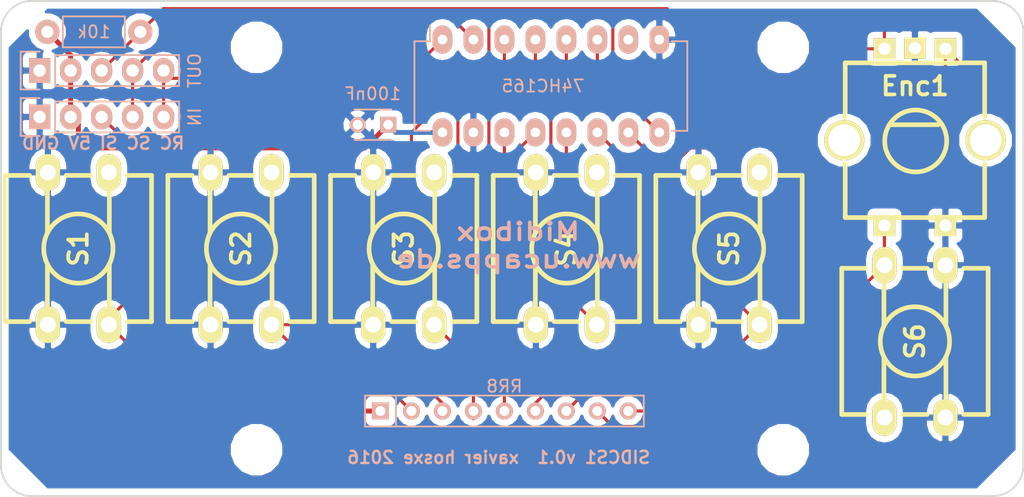
<source format=kicad_pcb>
(kicad_pcb (version 4) (host pcbnew 4.0.2-4+6225~38~ubuntu14.04.1-stable)

  (general
    (links 53)
    (no_connects 6)
    (area 81.85981 84.791 168.985001 128.419)
    (thickness 1.6)
    (drawings 11)
    (tracks 144)
    (zones 0)
    (modules 17)
    (nets 15)
  )

  (page A3)
  (layers
    (0 F.Cu signal)
    (31 B.Cu signal)
    (32 B.Adhes user)
    (33 F.Adhes user)
    (34 B.Paste user)
    (35 F.Paste user)
    (36 B.SilkS user)
    (37 F.SilkS user)
    (38 B.Mask user)
    (39 F.Mask user)
    (40 Dwgs.User user)
    (41 Cmts.User user)
    (42 Eco1.User user)
    (43 Eco2.User user)
    (44 Edge.Cuts user)
    (48 B.Fab user)
    (49 F.Fab user)
  )

  (setup
    (last_trace_width 0.254)
    (trace_clearance 0.254)
    (zone_clearance 0.508)
    (zone_45_only no)
    (trace_min 0.254)
    (segment_width 0.2)
    (edge_width 0.15)
    (via_size 0.889)
    (via_drill 0.635)
    (via_min_size 0.889)
    (via_min_drill 0.508)
    (uvia_size 0.508)
    (uvia_drill 0.127)
    (uvias_allowed no)
    (uvia_min_size 0.508)
    (uvia_min_drill 0.127)
    (pcb_text_width 0.3)
    (pcb_text_size 1 1)
    (mod_edge_width 0.15)
    (mod_text_size 1 1)
    (mod_text_width 0.15)
    (pad_size 1 1)
    (pad_drill 0.6)
    (pad_to_mask_clearance 0)
    (aux_axis_origin 0 0)
    (visible_elements FFFFFF6F)
    (pcbplotparams
      (layerselection 0x010f0_80000001)
      (usegerberextensions true)
      (excludeedgelayer false)
      (linewidth 0.150000)
      (plotframeref false)
      (viasonmask false)
      (mode 1)
      (useauxorigin false)
      (hpglpennumber 1)
      (hpglpenspeed 20)
      (hpglpendiameter 15)
      (hpglpenoverlay 2)
      (psnegative false)
      (psa4output false)
      (plotreference true)
      (plotvalue true)
      (plotinvisibletext false)
      (padsonsilk false)
      (subtractmaskfromsilk false)
      (outputformat 1)
      (mirror false)
      (drillshape 0)
      (scaleselection 1)
      (outputdirectory gerber/))
  )

  (net 0 "")
  (net 1 +5V)
  (net 2 /RC)
  (net 3 /SC)
  (net 4 /SI)
  (net 5 GND)
  (net 6 "Net-(IC1-Pad10)")
  (net 7 /ENC0)
  (net 8 /ENC1)
  (net 9 /S6)
  (net 10 /S1)
  (net 11 /S2)
  (net 12 /S3)
  (net 13 /S5)
  (net 14 /S4)

  (net_class Default "This is the default net class."
    (clearance 0.254)
    (trace_width 0.254)
    (via_dia 0.889)
    (via_drill 0.635)
    (uvia_dia 0.508)
    (uvia_drill 0.127)
    (add_net /ENC0)
    (add_net /ENC1)
    (add_net /RC)
    (add_net /S1)
    (add_net /S2)
    (add_net /S3)
    (add_net /S4)
    (add_net /S5)
    (add_net /S6)
    (add_net /SC)
    (add_net /SI)
    (add_net "Net-(IC1-Pad10)")
  )

  (net_class VCC ""
    (clearance 0.254)
    (trace_width 0.4)
    (via_dia 0.889)
    (via_drill 0.635)
    (uvia_dia 0.508)
    (uvia_drill 0.127)
    (add_net +5V)
    (add_net GND)
  )

  (module Housings_DIP:DIP-16_W7.62mm_LongPads (layer B.Cu) (tedit 56EF0250) (tstamp 56E199F7)
    (at 121.285 89.535 270)
    (descr "16-lead dip package, row spacing 7.62 mm (300 mils), longer pads")
    (tags "dil dip 2.54 300")
    (path /56CB831C)
    (fp_text reference IC1 (at 0 5.22 270) (layer B.SilkS) hide
      (effects (font (size 1 1) (thickness 0.15)) (justify mirror))
    )
    (fp_text value 74HC165 (at 3.81 -8.255 540) (layer B.SilkS)
      (effects (font (size 1 1) (thickness 0.15)) (justify mirror))
    )
    (fp_line (start -1.4 2.45) (end -1.4 -20.25) (layer B.CrtYd) (width 0.05))
    (fp_line (start 9 2.45) (end 9 -20.25) (layer B.CrtYd) (width 0.05))
    (fp_line (start -1.4 2.45) (end 9 2.45) (layer B.CrtYd) (width 0.05))
    (fp_line (start -1.4 -20.25) (end 9 -20.25) (layer B.CrtYd) (width 0.05))
    (fp_line (start 0.135 2.295) (end 0.135 1.025) (layer B.SilkS) (width 0.15))
    (fp_line (start 7.485 2.295) (end 7.485 1.025) (layer B.SilkS) (width 0.15))
    (fp_line (start 7.485 -20.075) (end 7.485 -18.805) (layer B.SilkS) (width 0.15))
    (fp_line (start 0.135 -20.075) (end 0.135 -18.805) (layer B.SilkS) (width 0.15))
    (fp_line (start 0.135 2.295) (end 7.485 2.295) (layer B.SilkS) (width 0.15))
    (fp_line (start 0.135 -20.075) (end 7.485 -20.075) (layer B.SilkS) (width 0.15))
    (fp_line (start 0.135 1.025) (end -1.15 1.025) (layer B.SilkS) (width 0.15))
    (pad 1 thru_hole oval (at 0 0 270) (size 2.3 1.6) (drill 0.8) (layers *.Cu *.Mask B.SilkS)
      (net 2 /RC))
    (pad 2 thru_hole oval (at 0 -2.54 270) (size 2.3 1.6) (drill 0.8) (layers *.Cu *.Mask B.SilkS)
      (net 3 /SC))
    (pad 3 thru_hole oval (at 0 -5.08 270) (size 2.3 1.6) (drill 0.8) (layers *.Cu *.Mask B.SilkS)
      (net 10 /S1))
    (pad 4 thru_hole oval (at 0 -7.62 270) (size 2.3 1.6) (drill 0.8) (layers *.Cu *.Mask B.SilkS)
      (net 11 /S2))
    (pad 5 thru_hole oval (at 0 -10.16 270) (size 2.3 1.6) (drill 0.8) (layers *.Cu *.Mask B.SilkS)
      (net 12 /S3))
    (pad 6 thru_hole oval (at 0 -12.7 270) (size 2.3 1.6) (drill 0.8) (layers *.Cu *.Mask B.SilkS)
      (net 9 /S6))
    (pad 7 thru_hole oval (at 0 -15.24 270) (size 2.3 1.6) (drill 0.8) (layers *.Cu *.Mask B.SilkS))
    (pad 8 thru_hole oval (at 0 -17.78 270) (size 2.3 1.6) (drill 0.8) (layers *.Cu *.Mask B.SilkS)
      (net 5 GND))
    (pad 9 thru_hole oval (at 7.62 -17.78 270) (size 2.3 1.6) (drill 0.8) (layers *.Cu *.Mask B.SilkS)
      (net 4 /SI))
    (pad 10 thru_hole oval (at 7.62 -15.24 270) (size 2.3 1.6) (drill 0.8) (layers *.Cu *.Mask B.SilkS)
      (net 6 "Net-(IC1-Pad10)"))
    (pad 11 thru_hole oval (at 7.62 -12.7 270) (size 2.3 1.6) (drill 0.8) (layers *.Cu *.Mask B.SilkS)
      (net 7 /ENC0))
    (pad 12 thru_hole oval (at 7.62 -10.16 270) (size 2.3 1.6) (drill 0.8) (layers *.Cu *.Mask B.SilkS)
      (net 8 /ENC1))
    (pad 13 thru_hole oval (at 7.62 -7.62 270) (size 2.3 1.6) (drill 0.8) (layers *.Cu *.Mask B.SilkS)
      (net 13 /S5))
    (pad 14 thru_hole oval (at 7.62 -5.08 270) (size 2.3 1.6) (drill 0.8) (layers *.Cu *.Mask B.SilkS)
      (net 14 /S4))
    (pad 15 thru_hole oval (at 7.62 -2.54 270) (size 2.3 1.6) (drill 0.8) (layers *.Cu *.Mask B.SilkS)
      (net 5 GND))
    (pad 16 thru_hole oval (at 7.62 0 270) (size 2.3 1.6) (drill 0.8) (layers *.Cu *.Mask B.SilkS)
      (net 1 +5V))
    (model Housings_DIP.3dshapes/DIP-16_W7.62mm_LongPads.wrl
      (at (xyz 0 0 0))
      (scale (xyz 1 1 1))
      (rotate (xyz 0 0 0))
    )
  )

  (module Pin_Headers:Pin_Header_Straight_1x05 (layer B.Cu) (tedit 56EF01F4) (tstamp 56E19A00)
    (at 88.265 95.885 270)
    (descr "Through hole pin header")
    (tags "pin header")
    (path /56CE003D)
    (fp_text reference P2 (at 0 5.1 540) (layer B.SilkS) hide
      (effects (font (size 1 1) (thickness 0.15)) (justify mirror))
    )
    (fp_text value IN (at 0 -12.7 450) (layer B.SilkS)
      (effects (font (size 1 1) (thickness 0.15)) (justify mirror))
    )
    (fp_line (start -1.55 0) (end -1.55 1.55) (layer B.SilkS) (width 0.15))
    (fp_line (start -1.55 1.55) (end 1.55 1.55) (layer B.SilkS) (width 0.15))
    (fp_line (start 1.55 1.55) (end 1.55 0) (layer B.SilkS) (width 0.15))
    (fp_line (start -1.75 1.75) (end -1.75 -11.95) (layer B.CrtYd) (width 0.05))
    (fp_line (start 1.75 1.75) (end 1.75 -11.95) (layer B.CrtYd) (width 0.05))
    (fp_line (start -1.75 1.75) (end 1.75 1.75) (layer B.CrtYd) (width 0.05))
    (fp_line (start -1.75 -11.95) (end 1.75 -11.95) (layer B.CrtYd) (width 0.05))
    (fp_line (start 1.27 -1.27) (end 1.27 -11.43) (layer B.SilkS) (width 0.15))
    (fp_line (start 1.27 -11.43) (end -1.27 -11.43) (layer B.SilkS) (width 0.15))
    (fp_line (start -1.27 -11.43) (end -1.27 -1.27) (layer B.SilkS) (width 0.15))
    (fp_line (start 1.27 -1.27) (end -1.27 -1.27) (layer B.SilkS) (width 0.15))
    (pad 1 thru_hole rect (at 0 0 270) (size 2.032 1.7272) (drill 1.016) (layers *.Cu *.Mask B.SilkS)
      (net 5 GND))
    (pad 2 thru_hole oval (at 0 -2.54 270) (size 2.032 1.7272) (drill 1.016) (layers *.Cu *.Mask B.SilkS)
      (net 1 +5V))
    (pad 3 thru_hole oval (at 0 -5.08 270) (size 2.032 1.7272) (drill 1.016) (layers *.Cu *.Mask B.SilkS)
      (net 4 /SI))
    (pad 4 thru_hole oval (at 0 -7.62 270) (size 2.032 1.7272) (drill 1.016) (layers *.Cu *.Mask B.SilkS)
      (net 3 /SC))
    (pad 5 thru_hole oval (at 0 -10.16 270) (size 2.032 1.7272) (drill 1.016) (layers *.Cu *.Mask B.SilkS)
      (net 2 /RC))
    (model Pin_Headers.3dshapes/Pin_Header_Straight_1x05.wrl
      (at (xyz 0 -0.2 0))
      (scale (xyz 1 1 1))
      (rotate (xyz 0 0 90))
    )
  )

  (module Pin_Headers:Pin_Header_Straight_1x05 (layer B.Cu) (tedit 56EF01E1) (tstamp 56E19A22)
    (at 88.265 92.075 270)
    (descr "Through hole pin header")
    (tags "pin header")
    (path /56CE2C73)
    (fp_text reference P8 (at 0 5.1 270) (layer B.SilkS) hide
      (effects (font (size 1 1) (thickness 0.15)) (justify mirror))
    )
    (fp_text value OUT (at 0 -12.7 450) (layer B.SilkS)
      (effects (font (size 1 1) (thickness 0.15)) (justify mirror))
    )
    (fp_line (start -1.55 0) (end -1.55 1.55) (layer B.SilkS) (width 0.15))
    (fp_line (start -1.55 1.55) (end 1.55 1.55) (layer B.SilkS) (width 0.15))
    (fp_line (start 1.55 1.55) (end 1.55 0) (layer B.SilkS) (width 0.15))
    (fp_line (start -1.75 1.75) (end -1.75 -11.95) (layer B.CrtYd) (width 0.05))
    (fp_line (start 1.75 1.75) (end 1.75 -11.95) (layer B.CrtYd) (width 0.05))
    (fp_line (start -1.75 1.75) (end 1.75 1.75) (layer B.CrtYd) (width 0.05))
    (fp_line (start -1.75 -11.95) (end 1.75 -11.95) (layer B.CrtYd) (width 0.05))
    (fp_line (start 1.27 -1.27) (end 1.27 -11.43) (layer B.SilkS) (width 0.15))
    (fp_line (start 1.27 -11.43) (end -1.27 -11.43) (layer B.SilkS) (width 0.15))
    (fp_line (start -1.27 -11.43) (end -1.27 -1.27) (layer B.SilkS) (width 0.15))
    (fp_line (start 1.27 -1.27) (end -1.27 -1.27) (layer B.SilkS) (width 0.15))
    (pad 1 thru_hole rect (at 0 0 270) (size 2.032 1.7272) (drill 1.016) (layers *.Cu *.Mask B.SilkS)
      (net 5 GND))
    (pad 2 thru_hole oval (at 0 -2.54 270) (size 2.032 1.7272) (drill 1.016) (layers *.Cu *.Mask B.SilkS)
      (net 1 +5V))
    (pad 3 thru_hole oval (at 0 -5.08 270) (size 2.032 1.7272) (drill 1.016) (layers *.Cu *.Mask B.SilkS)
      (net 6 "Net-(IC1-Pad10)"))
    (pad 4 thru_hole oval (at 0 -7.62 270) (size 2.032 1.7272) (drill 1.016) (layers *.Cu *.Mask B.SilkS)
      (net 3 /SC))
    (pad 5 thru_hole oval (at 0 -10.16 270) (size 2.032 1.7272) (drill 1.016) (layers *.Cu *.Mask B.SilkS)
      (net 2 /RC))
    (model Pin_Headers.3dshapes/Pin_Header_Straight_1x05.wrl
      (at (xyz 0 -0.2 0))
      (scale (xyz 1 1 1))
      (rotate (xyz 0 0 90))
    )
  )

  (module pfm2_lib:FMEncoderWithSwitch2 (layer F.Cu) (tedit 535252BA) (tstamp 56EEDC9B)
    (at 160.02 97.79)
    (path /56CE1281)
    (fp_text reference Enc1 (at 0 -4.445) (layer F.SilkS)
      (effects (font (thickness 0.3048)))
    )
    (fp_text value ENCODER_SW (at 0.635 5.08) (layer F.SilkS) hide
      (effects (font (thickness 0.3048)))
    )
    (fp_line (start -5.715 1.905) (end -5.715 6.35) (layer F.SilkS) (width 0.381))
    (fp_line (start -5.715 6.35) (end 5.715 6.35) (layer F.SilkS) (width 0.381))
    (fp_line (start 5.715 6.35) (end 5.715 1.905) (layer F.SilkS) (width 0.381))
    (fp_line (start -5.715 -1.905) (end -5.715 -6.35) (layer F.SilkS) (width 0.381))
    (fp_line (start -5.715 -6.35) (end 5.715 -6.35) (layer F.SilkS) (width 0.381))
    (fp_line (start 5.715 -6.35) (end 5.715 -1.905) (layer F.SilkS) (width 0.381))
    (fp_line (start -1.905 -1.27) (end 1.905 -1.27) (layer F.SilkS) (width 0.381))
    (fp_circle (center 0.0635 0.0635) (end 0.0635 -2.4765) (layer F.SilkS) (width 0.381))
    (pad 0 thru_hole rect (at -2.49936 -7.50062 90) (size 1.75006 1.75006) (drill 1.00076) (layers *.Cu *.Mask F.SilkS)
      (net 7 /ENC0))
    (pad 1 thru_hole rect (at 0 -7.5565 90) (size 1.75006 1.75006) (drill 1.00076) (layers *.Cu *.Mask F.SilkS)
      (net 5 GND))
    (pad 2 thru_hole rect (at 2.49936 -7.50062 90) (size 1.75006 1.75006) (drill 1.00076) (layers *.Cu *.Mask F.SilkS)
      (net 8 /ENC1))
    (pad "" thru_hole circle (at -5.79882 0 90) (size 3.29946 3.29946) (drill 2.60096) (layers *.Cu *.Mask F.SilkS))
    (pad "" thru_hole circle (at 5.79882 0 90) (size 3.29946 3.29946) (drill 2.60096) (layers *.Cu *.Mask F.SilkS))
    (pad 3 thru_hole rect (at -2.49936 7.00024 90) (size 1.75006 1.75006) (drill 1.00076) (layers *.Cu *.Mask F.SilkS)
      (net 9 /S6))
    (pad 4 thru_hole rect (at 2.49936 7.00024 90) (size 1.75006 1.75006) (drill 1.00076) (layers *.Cu *.Mask F.SilkS)
      (net 5 GND))
  )

  (module pfm2_lib:FMButton2 (layer F.Cu) (tedit 56E568CC) (tstamp 56EEDCC6)
    (at 91.44 106.68 270)
    (path /56CB845E)
    (fp_text reference S1 (at 0 0 270) (layer F.SilkS)
      (effects (font (thickness 0.3048)))
    )
    (fp_text value SWITCH (at -1.27 4.445 270) (layer F.SilkS) hide
      (effects (font (thickness 0.3048)))
    )
    (fp_line (start -5.99948 1.00076) (end -5.99948 -1.00076) (layer F.SilkS) (width 0.381))
    (fp_line (start 5.99948 4.0005) (end 5.99948 5.99948) (layer F.SilkS) (width 0.381))
    (fp_line (start 5.99948 5.99948) (end -5.99948 5.99948) (layer F.SilkS) (width 0.381))
    (fp_line (start -5.99948 5.99948) (end -5.99948 4.0005) (layer F.SilkS) (width 0.381))
    (fp_line (start 5.99948 -1.00076) (end 5.99948 1.00076) (layer F.SilkS) (width 0.381))
    (fp_line (start -5.99948 -4.0005) (end -5.99948 -5.99948) (layer F.SilkS) (width 0.381))
    (fp_line (start -5.99948 -5.99948) (end 5.99948 -5.99948) (layer F.SilkS) (width 0.381))
    (fp_line (start 5.99948 -5.99948) (end 5.99948 -4.0005) (layer F.SilkS) (width 0.381))
    (fp_line (start -1.27 2.54) (end -5.08 2.54) (layer F.SilkS) (width 0.381))
    (fp_line (start 5.08 2.54) (end 1.27 2.54) (layer F.SilkS) (width 0.381))
    (fp_line (start 1.27 -2.54) (end 5.08 -2.54) (layer F.SilkS) (width 0.381))
    (fp_line (start -5.08 -2.54) (end -1.27 -2.54) (layer F.SilkS) (width 0.381))
    (fp_circle (center 0 0) (end 2.54 -1.27) (layer F.SilkS) (width 0.381))
    (pad 1 thru_hole oval (at -6.25094 -2.49936 270) (size 2.99974 1.99898) (drill 1.30048) (layers *.Cu *.Mask F.SilkS)
      (net 10 /S1))
    (pad 1 thru_hole oval (at 6.25094 -2.49936 270) (size 2.99974 1.99898) (drill 1.30048) (layers *.Cu *.Mask F.SilkS)
      (net 10 /S1))
    (pad 2 thru_hole oval (at 6.25094 2.49936 270) (size 2.99974 1.99898) (drill 1.30048) (layers *.Cu *.Mask F.SilkS)
      (net 5 GND))
    (pad 2 thru_hole oval (at -6.25094 2.49936 270) (size 2.99974 1.99898) (drill 1.30048) (layers *.Cu *.Mask F.SilkS)
      (net 5 GND))
  )

  (module pfm2_lib:FMButton2 (layer F.Cu) (tedit 56E568CC) (tstamp 56EEDCCD)
    (at 104.775 106.68 270)
    (path /56CB846D)
    (fp_text reference S2 (at 0 0 270) (layer F.SilkS)
      (effects (font (thickness 0.3048)))
    )
    (fp_text value SWITCH (at -1.27 4.445 270) (layer F.SilkS) hide
      (effects (font (thickness 0.3048)))
    )
    (fp_line (start -5.99948 1.00076) (end -5.99948 -1.00076) (layer F.SilkS) (width 0.381))
    (fp_line (start 5.99948 4.0005) (end 5.99948 5.99948) (layer F.SilkS) (width 0.381))
    (fp_line (start 5.99948 5.99948) (end -5.99948 5.99948) (layer F.SilkS) (width 0.381))
    (fp_line (start -5.99948 5.99948) (end -5.99948 4.0005) (layer F.SilkS) (width 0.381))
    (fp_line (start 5.99948 -1.00076) (end 5.99948 1.00076) (layer F.SilkS) (width 0.381))
    (fp_line (start -5.99948 -4.0005) (end -5.99948 -5.99948) (layer F.SilkS) (width 0.381))
    (fp_line (start -5.99948 -5.99948) (end 5.99948 -5.99948) (layer F.SilkS) (width 0.381))
    (fp_line (start 5.99948 -5.99948) (end 5.99948 -4.0005) (layer F.SilkS) (width 0.381))
    (fp_line (start -1.27 2.54) (end -5.08 2.54) (layer F.SilkS) (width 0.381))
    (fp_line (start 5.08 2.54) (end 1.27 2.54) (layer F.SilkS) (width 0.381))
    (fp_line (start 1.27 -2.54) (end 5.08 -2.54) (layer F.SilkS) (width 0.381))
    (fp_line (start -5.08 -2.54) (end -1.27 -2.54) (layer F.SilkS) (width 0.381))
    (fp_circle (center 0 0) (end 2.54 -1.27) (layer F.SilkS) (width 0.381))
    (pad 1 thru_hole oval (at -6.25094 -2.49936 270) (size 2.99974 1.99898) (drill 1.30048) (layers *.Cu *.Mask F.SilkS)
      (net 11 /S2))
    (pad 1 thru_hole oval (at 6.25094 -2.49936 270) (size 2.99974 1.99898) (drill 1.30048) (layers *.Cu *.Mask F.SilkS)
      (net 11 /S2))
    (pad 2 thru_hole oval (at 6.25094 2.49936 270) (size 2.99974 1.99898) (drill 1.30048) (layers *.Cu *.Mask F.SilkS)
      (net 5 GND))
    (pad 2 thru_hole oval (at -6.25094 2.49936 270) (size 2.99974 1.99898) (drill 1.30048) (layers *.Cu *.Mask F.SilkS)
      (net 5 GND))
  )

  (module pfm2_lib:FMButton2 (layer F.Cu) (tedit 56E568CC) (tstamp 56EEDCD4)
    (at 118.11 106.68 270)
    (path /56CB847A)
    (fp_text reference S3 (at 0 0 270) (layer F.SilkS)
      (effects (font (thickness 0.3048)))
    )
    (fp_text value SWITCH (at -1.27 4.445 270) (layer F.SilkS) hide
      (effects (font (thickness 0.3048)))
    )
    (fp_line (start -5.99948 1.00076) (end -5.99948 -1.00076) (layer F.SilkS) (width 0.381))
    (fp_line (start 5.99948 4.0005) (end 5.99948 5.99948) (layer F.SilkS) (width 0.381))
    (fp_line (start 5.99948 5.99948) (end -5.99948 5.99948) (layer F.SilkS) (width 0.381))
    (fp_line (start -5.99948 5.99948) (end -5.99948 4.0005) (layer F.SilkS) (width 0.381))
    (fp_line (start 5.99948 -1.00076) (end 5.99948 1.00076) (layer F.SilkS) (width 0.381))
    (fp_line (start -5.99948 -4.0005) (end -5.99948 -5.99948) (layer F.SilkS) (width 0.381))
    (fp_line (start -5.99948 -5.99948) (end 5.99948 -5.99948) (layer F.SilkS) (width 0.381))
    (fp_line (start 5.99948 -5.99948) (end 5.99948 -4.0005) (layer F.SilkS) (width 0.381))
    (fp_line (start -1.27 2.54) (end -5.08 2.54) (layer F.SilkS) (width 0.381))
    (fp_line (start 5.08 2.54) (end 1.27 2.54) (layer F.SilkS) (width 0.381))
    (fp_line (start 1.27 -2.54) (end 5.08 -2.54) (layer F.SilkS) (width 0.381))
    (fp_line (start -5.08 -2.54) (end -1.27 -2.54) (layer F.SilkS) (width 0.381))
    (fp_circle (center 0 0) (end 2.54 -1.27) (layer F.SilkS) (width 0.381))
    (pad 1 thru_hole oval (at -6.25094 -2.49936 270) (size 2.99974 1.99898) (drill 1.30048) (layers *.Cu *.Mask F.SilkS)
      (net 12 /S3))
    (pad 1 thru_hole oval (at 6.25094 -2.49936 270) (size 2.99974 1.99898) (drill 1.30048) (layers *.Cu *.Mask F.SilkS)
      (net 12 /S3))
    (pad 2 thru_hole oval (at 6.25094 2.49936 270) (size 2.99974 1.99898) (drill 1.30048) (layers *.Cu *.Mask F.SilkS)
      (net 5 GND))
    (pad 2 thru_hole oval (at -6.25094 2.49936 270) (size 2.99974 1.99898) (drill 1.30048) (layers *.Cu *.Mask F.SilkS)
      (net 5 GND))
  )

  (module pfm2_lib:FMButton2 (layer F.Cu) (tedit 56E568CC) (tstamp 56EEDCDB)
    (at 131.445 106.68 270)
    (path /56CB8480)
    (fp_text reference S4 (at 0 0 270) (layer F.SilkS)
      (effects (font (thickness 0.3048)))
    )
    (fp_text value SWITCH (at -1.27 4.445 270) (layer F.SilkS) hide
      (effects (font (thickness 0.3048)))
    )
    (fp_line (start -5.99948 1.00076) (end -5.99948 -1.00076) (layer F.SilkS) (width 0.381))
    (fp_line (start 5.99948 4.0005) (end 5.99948 5.99948) (layer F.SilkS) (width 0.381))
    (fp_line (start 5.99948 5.99948) (end -5.99948 5.99948) (layer F.SilkS) (width 0.381))
    (fp_line (start -5.99948 5.99948) (end -5.99948 4.0005) (layer F.SilkS) (width 0.381))
    (fp_line (start 5.99948 -1.00076) (end 5.99948 1.00076) (layer F.SilkS) (width 0.381))
    (fp_line (start -5.99948 -4.0005) (end -5.99948 -5.99948) (layer F.SilkS) (width 0.381))
    (fp_line (start -5.99948 -5.99948) (end 5.99948 -5.99948) (layer F.SilkS) (width 0.381))
    (fp_line (start 5.99948 -5.99948) (end 5.99948 -4.0005) (layer F.SilkS) (width 0.381))
    (fp_line (start -1.27 2.54) (end -5.08 2.54) (layer F.SilkS) (width 0.381))
    (fp_line (start 5.08 2.54) (end 1.27 2.54) (layer F.SilkS) (width 0.381))
    (fp_line (start 1.27 -2.54) (end 5.08 -2.54) (layer F.SilkS) (width 0.381))
    (fp_line (start -5.08 -2.54) (end -1.27 -2.54) (layer F.SilkS) (width 0.381))
    (fp_circle (center 0 0) (end 2.54 -1.27) (layer F.SilkS) (width 0.381))
    (pad 1 thru_hole oval (at -6.25094 -2.49936 270) (size 2.99974 1.99898) (drill 1.30048) (layers *.Cu *.Mask F.SilkS)
      (net 14 /S4))
    (pad 1 thru_hole oval (at 6.25094 -2.49936 270) (size 2.99974 1.99898) (drill 1.30048) (layers *.Cu *.Mask F.SilkS)
      (net 14 /S4))
    (pad 2 thru_hole oval (at 6.25094 2.49936 270) (size 2.99974 1.99898) (drill 1.30048) (layers *.Cu *.Mask F.SilkS)
      (net 5 GND))
    (pad 2 thru_hole oval (at -6.25094 2.49936 270) (size 2.99974 1.99898) (drill 1.30048) (layers *.Cu *.Mask F.SilkS)
      (net 5 GND))
  )

  (module pfm2_lib:FMButton2 (layer F.Cu) (tedit 56E568CC) (tstamp 56EEDCE2)
    (at 144.78 106.68 270)
    (path /56CB8486)
    (fp_text reference S5 (at 0 0 270) (layer F.SilkS)
      (effects (font (thickness 0.3048)))
    )
    (fp_text value SWITCH (at -1.27 4.445 270) (layer F.SilkS) hide
      (effects (font (thickness 0.3048)))
    )
    (fp_line (start -5.99948 1.00076) (end -5.99948 -1.00076) (layer F.SilkS) (width 0.381))
    (fp_line (start 5.99948 4.0005) (end 5.99948 5.99948) (layer F.SilkS) (width 0.381))
    (fp_line (start 5.99948 5.99948) (end -5.99948 5.99948) (layer F.SilkS) (width 0.381))
    (fp_line (start -5.99948 5.99948) (end -5.99948 4.0005) (layer F.SilkS) (width 0.381))
    (fp_line (start 5.99948 -1.00076) (end 5.99948 1.00076) (layer F.SilkS) (width 0.381))
    (fp_line (start -5.99948 -4.0005) (end -5.99948 -5.99948) (layer F.SilkS) (width 0.381))
    (fp_line (start -5.99948 -5.99948) (end 5.99948 -5.99948) (layer F.SilkS) (width 0.381))
    (fp_line (start 5.99948 -5.99948) (end 5.99948 -4.0005) (layer F.SilkS) (width 0.381))
    (fp_line (start -1.27 2.54) (end -5.08 2.54) (layer F.SilkS) (width 0.381))
    (fp_line (start 5.08 2.54) (end 1.27 2.54) (layer F.SilkS) (width 0.381))
    (fp_line (start 1.27 -2.54) (end 5.08 -2.54) (layer F.SilkS) (width 0.381))
    (fp_line (start -5.08 -2.54) (end -1.27 -2.54) (layer F.SilkS) (width 0.381))
    (fp_circle (center 0 0) (end 2.54 -1.27) (layer F.SilkS) (width 0.381))
    (pad 1 thru_hole oval (at -6.25094 -2.49936 270) (size 2.99974 1.99898) (drill 1.30048) (layers *.Cu *.Mask F.SilkS)
      (net 13 /S5))
    (pad 1 thru_hole oval (at 6.25094 -2.49936 270) (size 2.99974 1.99898) (drill 1.30048) (layers *.Cu *.Mask F.SilkS)
      (net 13 /S5))
    (pad 2 thru_hole oval (at 6.25094 2.49936 270) (size 2.99974 1.99898) (drill 1.30048) (layers *.Cu *.Mask F.SilkS)
      (net 5 GND))
    (pad 2 thru_hole oval (at -6.25094 2.49936 270) (size 2.99974 1.99898) (drill 1.30048) (layers *.Cu *.Mask F.SilkS)
      (net 5 GND))
  )

  (module pfm2_lib:FMButton2 (layer F.Cu) (tedit 56E568CC) (tstamp 56EEDCE9)
    (at 160.02 114.3 90)
    (path /56CB848C)
    (fp_text reference S6 (at 0 0 90) (layer F.SilkS)
      (effects (font (thickness 0.3048)))
    )
    (fp_text value SWITCH (at -1.27 4.445 90) (layer F.SilkS) hide
      (effects (font (thickness 0.3048)))
    )
    (fp_line (start -5.99948 1.00076) (end -5.99948 -1.00076) (layer F.SilkS) (width 0.381))
    (fp_line (start 5.99948 4.0005) (end 5.99948 5.99948) (layer F.SilkS) (width 0.381))
    (fp_line (start 5.99948 5.99948) (end -5.99948 5.99948) (layer F.SilkS) (width 0.381))
    (fp_line (start -5.99948 5.99948) (end -5.99948 4.0005) (layer F.SilkS) (width 0.381))
    (fp_line (start 5.99948 -1.00076) (end 5.99948 1.00076) (layer F.SilkS) (width 0.381))
    (fp_line (start -5.99948 -4.0005) (end -5.99948 -5.99948) (layer F.SilkS) (width 0.381))
    (fp_line (start -5.99948 -5.99948) (end 5.99948 -5.99948) (layer F.SilkS) (width 0.381))
    (fp_line (start 5.99948 -5.99948) (end 5.99948 -4.0005) (layer F.SilkS) (width 0.381))
    (fp_line (start -1.27 2.54) (end -5.08 2.54) (layer F.SilkS) (width 0.381))
    (fp_line (start 5.08 2.54) (end 1.27 2.54) (layer F.SilkS) (width 0.381))
    (fp_line (start 1.27 -2.54) (end 5.08 -2.54) (layer F.SilkS) (width 0.381))
    (fp_line (start -5.08 -2.54) (end -1.27 -2.54) (layer F.SilkS) (width 0.381))
    (fp_circle (center 0 0) (end 2.54 -1.27) (layer F.SilkS) (width 0.381))
    (pad 1 thru_hole oval (at -6.25094 -2.49936 90) (size 2.99974 1.99898) (drill 1.30048) (layers *.Cu *.Mask F.SilkS)
      (net 9 /S6))
    (pad 1 thru_hole oval (at 6.25094 -2.49936 90) (size 2.99974 1.99898) (drill 1.30048) (layers *.Cu *.Mask F.SilkS)
      (net 9 /S6))
    (pad 2 thru_hole oval (at 6.25094 2.49936 90) (size 2.99974 1.99898) (drill 1.30048) (layers *.Cu *.Mask F.SilkS)
      (net 5 GND))
    (pad 2 thru_hole oval (at -6.25094 2.49936 90) (size 2.99974 1.99898) (drill 1.30048) (layers *.Cu *.Mask F.SilkS)
      (net 5 GND))
  )

  (module Capacitors_ThroughHole:C_Disc_D3_P2.5 (layer B.Cu) (tedit 56EF0422) (tstamp 56EEE077)
    (at 116.84 96.52 180)
    (descr "Capacitor 3mm Disc, Pitch 2.5mm")
    (tags Capacitor)
    (path /56EF3468)
    (fp_text reference C1 (at 1.25 2.5 180) (layer B.SilkS) hide
      (effects (font (size 1 1) (thickness 0.15)) (justify mirror))
    )
    (fp_text value 100nF (at 1.27 2.54 180) (layer B.SilkS)
      (effects (font (size 1 1) (thickness 0.15)) (justify mirror))
    )
    (fp_line (start -0.9 1.5) (end 3.4 1.5) (layer B.CrtYd) (width 0.05))
    (fp_line (start 3.4 1.5) (end 3.4 -1.5) (layer B.CrtYd) (width 0.05))
    (fp_line (start 3.4 -1.5) (end -0.9 -1.5) (layer B.CrtYd) (width 0.05))
    (fp_line (start -0.9 -1.5) (end -0.9 1.5) (layer B.CrtYd) (width 0.05))
    (fp_line (start -0.25 1.25) (end 2.75 1.25) (layer B.SilkS) (width 0.15))
    (fp_line (start 2.75 -1.25) (end -0.25 -1.25) (layer B.SilkS) (width 0.15))
    (pad 1 thru_hole rect (at 0 0 180) (size 1.3 1.3) (drill 0.8) (layers *.Cu *.Mask B.SilkS)
      (net 1 +5V))
    (pad 2 thru_hole circle (at 2.5 0 180) (size 1.3 1.3) (drill 0.8001) (layers *.Cu *.Mask B.SilkS)
      (net 5 GND))
    (model Capacitors_ThroughHole.3dshapes/C_Disc_D3_P2.5.wrl
      (at (xyz 0.0492126 0 0))
      (scale (xyz 1 1 1))
      (rotate (xyz 0 0 0))
    )
  )

  (module Resistors_ThroughHole:Resistor_Array_SIP8 (layer B.Cu) (tedit 56EF1CCD) (tstamp 56EEE111)
    (at 126.365 120.015)
    (descr "8 R pack")
    (tags R)
    (path /56CB84A3)
    (fp_text reference RR1 (at -1.27 2.794) (layer B.SilkS) hide
      (effects (font (size 1 1) (thickness 0.15)) (justify mirror))
    )
    (fp_text value RR8 (at 0 -2.032) (layer B.SilkS)
      (effects (font (size 1 1) (thickness 0.15)) (justify mirror))
    )
    (fp_line (start 11.43 1.27) (end 11.43 -1.27) (layer B.SilkS) (width 0.15))
    (fp_line (start 11.43 -1.27) (end -11.43 -1.27) (layer B.SilkS) (width 0.15))
    (fp_line (start -11.43 -1.27) (end -11.43 1.27) (layer B.SilkS) (width 0.15))
    (fp_line (start 11.43 1.27) (end -11.43 1.27) (layer B.SilkS) (width 0.15))
    (fp_line (start -8.89 1.27) (end -8.89 -1.27) (layer B.SilkS) (width 0.15))
    (pad 1 thru_hole rect (at -10.16 0) (size 1.397 1.397) (drill 0.8128) (layers *.Cu *.Mask B.SilkS)
      (net 1 +5V))
    (pad 2 thru_hole circle (at -7.62 0) (size 1.397 1.397) (drill 0.8128) (layers *.Cu *.Mask B.SilkS)
      (net 10 /S1))
    (pad 3 thru_hole circle (at -5.08 0) (size 1.397 1.397) (drill 0.8128) (layers *.Cu *.Mask B.SilkS)
      (net 11 /S2))
    (pad 4 thru_hole circle (at -2.54 0) (size 1.397 1.397) (drill 0.8128) (layers *.Cu *.Mask B.SilkS)
      (net 12 /S3))
    (pad 5 thru_hole circle (at 0 0) (size 1.397 1.397) (drill 0.8128) (layers *.Cu *.Mask B.SilkS)
      (net 14 /S4))
    (pad 6 thru_hole circle (at 2.54 0) (size 1.397 1.397) (drill 0.8128) (layers *.Cu *.Mask B.SilkS)
      (net 13 /S5))
    (pad 7 thru_hole circle (at 5.08 0) (size 1.397 1.397) (drill 0.8128) (layers *.Cu *.Mask B.SilkS)
      (net 9 /S6))
    (pad 8 thru_hole circle (at 7.62 0) (size 1.397 1.397) (drill 0.8128) (layers *.Cu *.Mask B.SilkS)
      (net 7 /ENC0))
    (pad 9 thru_hole circle (at 10.16 0) (size 1.397 1.397) (drill 0.8128) (layers *.Cu *.Mask B.SilkS)
      (net 8 /ENC1))
    (model Resistors_ThroughHole.3dshapes/Resistor_Array_SIP8.wrl
      (at (xyz 0 0 0))
      (scale (xyz 1 1 1))
      (rotate (xyz 0 0 0))
    )
  )

  (module Resistors_ThroughHole:Resistor_Horizontal_RM7mm (layer B.Cu) (tedit 56EF00AD) (tstamp 56EF00C8)
    (at 96.52 88.9 180)
    (descr "Resistor, Axial,  RM 7.62mm, 1/3W,")
    (tags "Resistor Axial RM 7.62mm 1/3W R3")
    (path /56EF31CD)
    (fp_text reference R1 (at 4.445 -3.175 180) (layer B.SilkS) hide
      (effects (font (size 1 1) (thickness 0.15)) (justify mirror))
    )
    (fp_text value 10k (at 3.81 0 180) (layer B.SilkS)
      (effects (font (size 1 1) (thickness 0.15)) (justify mirror))
    )
    (fp_line (start -1.25 1.5) (end 8.85 1.5) (layer B.CrtYd) (width 0.05))
    (fp_line (start -1.25 -1.5) (end -1.25 1.5) (layer B.CrtYd) (width 0.05))
    (fp_line (start 8.85 1.5) (end 8.85 -1.5) (layer B.CrtYd) (width 0.05))
    (fp_line (start -1.25 -1.5) (end 8.85 -1.5) (layer B.CrtYd) (width 0.05))
    (fp_line (start 1.27 1.27) (end 6.35 1.27) (layer B.SilkS) (width 0.15))
    (fp_line (start 6.35 1.27) (end 6.35 -1.27) (layer B.SilkS) (width 0.15))
    (fp_line (start 6.35 -1.27) (end 1.27 -1.27) (layer B.SilkS) (width 0.15))
    (fp_line (start 1.27 -1.27) (end 1.27 1.27) (layer B.SilkS) (width 0.15))
    (pad 1 thru_hole circle (at 0 0 180) (size 1.99898 1.99898) (drill 1.00076) (layers *.Cu *.SilkS *.Mask)
      (net 6 "Net-(IC1-Pad10)"))
    (pad 2 thru_hole circle (at 7.62 0 180) (size 1.99898 1.99898) (drill 1.00076) (layers *.Cu *.SilkS *.Mask)
      (net 1 +5V))
  )

  (module Mounting_Holes:MountingHole_3.2mm_M3 (layer F.Cu) (tedit 56EF0405) (tstamp 56EF0394)
    (at 106.045 90.17)
    (descr "Mounting Hole 3.2mm, no annular, M3")
    (tags "mounting hole 3.2mm no annular m3")
    (path /56CE1EC0)
    (fp_text reference P3 (at 0 -4.2) (layer F.SilkS) hide
      (effects (font (size 1 1) (thickness 0.15)))
    )
    (fp_text value "" (at 0 4.2) (layer F.Fab) hide
      (effects (font (size 1 1) (thickness 0.15)))
    )
    (fp_circle (center 0 0) (end 3.2 0) (layer Cmts.User) (width 0.15))
    (fp_circle (center 0 0) (end 3.45 0) (layer F.CrtYd) (width 0.05))
    (pad 1 np_thru_hole circle (at 0 0) (size 3.2 3.2) (drill 3.2) (layers *.Cu *.Mask F.SilkS))
  )

  (module Mounting_Holes:MountingHole_3.2mm_M3 (layer F.Cu) (tedit 56EF040B) (tstamp 56EF0398)
    (at 106.045 123.19)
    (descr "Mounting Hole 3.2mm, no annular, M3")
    (tags "mounting hole 3.2mm no annular m3")
    (path /56CE1ECD)
    (fp_text reference P4 (at 0 -4.2) (layer F.SilkS) hide
      (effects (font (size 1 1) (thickness 0.15)))
    )
    (fp_text value "" (at 0 4.2) (layer F.Fab) hide
      (effects (font (size 1 1) (thickness 0.15)))
    )
    (fp_circle (center 0 0) (end 3.2 0) (layer Cmts.User) (width 0.15))
    (fp_circle (center 0 0) (end 3.45 0) (layer F.CrtYd) (width 0.05))
    (pad 1 np_thru_hole circle (at 0 0) (size 3.2 3.2) (drill 3.2) (layers *.Cu *.Mask F.SilkS))
  )

  (module Mounting_Holes:MountingHole_3.2mm_M3 (layer F.Cu) (tedit 56EF0407) (tstamp 56EF039C)
    (at 149.225 90.17)
    (descr "Mounting Hole 3.2mm, no annular, M3")
    (tags "mounting hole 3.2mm no annular m3")
    (path /56CE1ED3)
    (fp_text reference P5 (at 0 -4.2) (layer F.SilkS) hide
      (effects (font (size 1 1) (thickness 0.15)))
    )
    (fp_text value "" (at 0 4.2) (layer F.Fab) hide
      (effects (font (size 1 1) (thickness 0.15)))
    )
    (fp_circle (center 0 0) (end 3.2 0) (layer Cmts.User) (width 0.15))
    (fp_circle (center 0 0) (end 3.45 0) (layer F.CrtYd) (width 0.05))
    (pad 1 np_thru_hole circle (at 0 0) (size 3.2 3.2) (drill 3.2) (layers *.Cu *.Mask F.SilkS))
  )

  (module Mounting_Holes:MountingHole_3.2mm_M3 (layer F.Cu) (tedit 56EF040E) (tstamp 56EF03A0)
    (at 149.225 123.19)
    (descr "Mounting Hole 3.2mm, no annular, M3")
    (tags "mounting hole 3.2mm no annular m3")
    (path /56CE1ED9)
    (fp_text reference P6 (at 0 -4.2) (layer F.SilkS) hide
      (effects (font (size 1 1) (thickness 0.15)))
    )
    (fp_text value "" (at 0 4.2) (layer F.Fab) hide
      (effects (font (size 1 1) (thickness 0.15)))
    )
    (fp_circle (center 0 0) (end 3.2 0) (layer Cmts.User) (width 0.15))
    (fp_circle (center 0 0) (end 3.45 0) (layer F.CrtYd) (width 0.05))
    (pad 1 np_thru_hole circle (at 0 0) (size 3.2 3.2) (drill 3.2) (layers *.Cu *.Mask F.SilkS))
  )

  (gr_text "RC SC SI 5V GND" (at 93.472 98.044) (layer B.SilkS)
    (effects (font (size 1 1) (thickness 0.2)) (justify mirror))
  )
  (gr_text "SIDCS1 v0.1  xavier hosxe 2016" (at 138.43 123.825) (layer B.SilkS)
    (effects (font (size 1 1) (thickness 0.2)) (justify left mirror))
  )
  (gr_text "Midibox\nwww.ucapps.de\n" (at 127.508 106.426) (layer B.SilkS)
    (effects (font (size 1.4 1.8) (thickness 0.3)) (justify mirror))
  )
  (gr_arc (start 166.37 88.9) (end 166.37 86.36) (angle 90) (layer Edge.Cuts) (width 0.15))
  (gr_arc (start 166.37 124.46) (end 168.91 124.46) (angle 90) (layer Edge.Cuts) (width 0.15))
  (gr_arc (start 87.63 124.46) (end 87.63 127) (angle 90) (layer Edge.Cuts) (width 0.15))
  (gr_arc (start 87.63 88.9) (end 85.09 88.9) (angle 90) (layer Edge.Cuts) (width 0.15))
  (gr_line (start 85.09 124.46) (end 85.09 88.9) (angle 90) (layer Edge.Cuts) (width 0.15))
  (gr_line (start 166.37 127) (end 87.63 127) (angle 90) (layer Edge.Cuts) (width 0.15))
  (gr_line (start 168.91 88.9) (end 168.91 124.46) (angle 90) (layer Edge.Cuts) (width 0.15))
  (gr_line (start 87.63 86.36) (end 166.37 86.36) (angle 90) (layer Edge.Cuts) (width 0.15))

  (segment (start 91.44 98.425) (end 114.935 98.425) (width 0.4) (layer F.Cu) (net 1))
  (segment (start 114.935 98.425) (end 116.84 96.52) (width 0.4) (layer F.Cu) (net 1) (tstamp 56EEDDD2))
  (segment (start 121.285 97.155) (end 117.475 97.155) (width 0.4) (layer B.Cu) (net 1))
  (segment (start 117.475 97.155) (end 116.84 96.52) (width 0.4) (layer B.Cu) (net 1) (tstamp 56EEDDCB))
  (segment (start 90.805 95.885) (end 91.44 96.52) (width 0.4) (layer F.Cu) (net 1))
  (segment (start 91.44 96.52) (end 91.44 98.425) (width 0.4) (layer F.Cu) (net 1) (tstamp 56EED679))
  (segment (start 91.44 98.425) (end 91.44 114.935) (width 0.4) (layer F.Cu) (net 1) (tstamp 56EEDDD0))
  (segment (start 91.44 114.935) (end 91.44 115.57) (width 0.4) (layer F.Cu) (net 1) (tstamp 56EED67A))
  (segment (start 90.805 92.075) (end 90.805 90.805) (width 0.4) (layer F.Cu) (net 1))
  (segment (start 90.805 90.805) (end 88.9 88.9) (width 0.4) (layer F.Cu) (net 1) (tstamp 56EED617))
  (segment (start 90.805 92.075) (end 90.805 95.885) (width 0.4) (layer F.Cu) (net 1))
  (segment (start 91.44 115.57) (end 91.44 116.84) (width 0.4) (layer F.Cu) (net 1) (tstamp 56EED67C))
  (segment (start 91.44 116.84) (end 94.615 120.015) (width 0.4) (layer F.Cu) (net 1) (tstamp 56EED67D))
  (segment (start 94.615 120.015) (end 116.205 120.015) (width 0.4) (layer F.Cu) (net 1) (tstamp 56EED67E))
  (segment (start 121.285 89.535) (end 118.11 92.71) (width 0.254) (layer F.Cu) (net 2))
  (segment (start 118.11 92.71) (end 99.06 92.71) (width 0.254) (layer F.Cu) (net 2) (tstamp 56EED65F))
  (segment (start 98.425 92.075) (end 99.06 92.71) (width 0.254) (layer F.Cu) (net 2))
  (segment (start 98.425 95.885) (end 98.425 92.075) (width 0.254) (layer F.Cu) (net 2))
  (segment (start 95.885 92.075) (end 100.33 87.63) (width 0.254) (layer F.Cu) (net 3))
  (segment (start 121.92 87.63) (end 123.825 89.535) (width 0.254) (layer F.Cu) (net 3) (tstamp 56EED65B))
  (segment (start 100.33 87.63) (end 121.92 87.63) (width 0.254) (layer F.Cu) (net 3) (tstamp 56EED65A))
  (segment (start 95.885 92.075) (end 95.885 95.885) (width 0.254) (layer F.Cu) (net 3))
  (segment (start 109.855 93.345) (end 119.38 93.345) (width 0.254) (layer F.Cu) (net 4))
  (segment (start 109.22 93.98) (end 109.855 93.345) (width 0.254) (layer F.Cu) (net 4))
  (segment (start 95.25 97.79) (end 105.41 97.79) (width 0.254) (layer F.Cu) (net 4) (tstamp 56EED692))
  (segment (start 105.41 97.79) (end 109.22 93.98) (width 0.254) (layer F.Cu) (net 4) (tstamp 56EED693))
  (segment (start 93.345 95.885) (end 95.25 97.79) (width 0.254) (layer F.Cu) (net 4))
  (segment (start 135.255 93.345) (end 139.065 97.155) (width 0.254) (layer F.Cu) (net 4) (tstamp 56EED7A9))
  (segment (start 135.255 88.265) (end 135.255 93.345) (width 0.254) (layer F.Cu) (net 4) (tstamp 56EED7A5))
  (segment (start 134.62 87.63) (end 135.255 88.265) (width 0.254) (layer F.Cu) (net 4) (tstamp 56EED7A1))
  (segment (start 125.73 87.63) (end 134.62 87.63) (width 0.254) (layer F.Cu) (net 4) (tstamp 56EED7A0))
  (segment (start 125.095 88.265) (end 125.73 87.63) (width 0.254) (layer F.Cu) (net 4) (tstamp 56EED79F))
  (segment (start 125.095 91.44) (end 125.095 88.265) (width 0.254) (layer F.Cu) (net 4) (tstamp 56EED79E))
  (segment (start 124.46 92.075) (end 125.095 91.44) (width 0.254) (layer F.Cu) (net 4) (tstamp 56EED79D))
  (segment (start 120.65 92.075) (end 124.46 92.075) (width 0.254) (layer F.Cu) (net 4) (tstamp 56EED79B))
  (segment (start 119.38 93.345) (end 120.65 92.075) (width 0.254) (layer F.Cu) (net 4) (tstamp 56EED798))
  (segment (start 96.52 88.9) (end 98.425 86.995) (width 0.254) (layer F.Cu) (net 6))
  (segment (start 93.345 92.075) (end 96.52 88.9) (width 0.254) (layer F.Cu) (net 6))
  (segment (start 138.43 99.06) (end 136.525 97.155) (width 0.254) (layer F.Cu) (net 6) (tstamp 56EEDF55))
  (segment (start 139.7 99.06) (end 138.43 99.06) (width 0.254) (layer F.Cu) (net 6) (tstamp 56EEDF54))
  (segment (start 140.97 97.79) (end 139.7 99.06) (width 0.254) (layer F.Cu) (net 6) (tstamp 56EEDF52))
  (segment (start 140.97 88.265) (end 140.97 97.79) (width 0.254) (layer F.Cu) (net 6) (tstamp 56EEDF51))
  (segment (start 139.7 86.995) (end 140.97 88.265) (width 0.254) (layer F.Cu) (net 6) (tstamp 56EEDF4F))
  (segment (start 98.425 86.995) (end 139.7 86.995) (width 0.254) (layer F.Cu) (net 6) (tstamp 56EEDF4D))
  (segment (start 133.985 97.155) (end 136.525 99.695) (width 0.254) (layer F.Cu) (net 7))
  (segment (start 146.05 98.425) (end 154.18562 90.28938) (width 0.254) (layer F.Cu) (net 7) (tstamp 56EED10A))
  (segment (start 154.18562 90.28938) (end 157.52064 90.28938) (width 0.254) (layer F.Cu) (net 7) (tstamp 56EED10C) (status 20))
  (segment (start 141.605 98.425) (end 146.05 98.425) (width 0.254) (layer F.Cu) (net 7) (tstamp 56EED657))
  (segment (start 140.335 99.695) (end 141.605 98.425) (width 0.254) (layer F.Cu) (net 7) (tstamp 56EED656))
  (segment (start 136.525 99.695) (end 140.335 99.695) (width 0.254) (layer F.Cu) (net 7) (tstamp 56EED654))
  (segment (start 157.52064 88.85936) (end 157.52064 90.28938) (width 0.254) (layer F.Cu) (net 7) (tstamp 56EED3D6) (status 20))
  (segment (start 158.115 88.265) (end 157.52064 88.85936) (width 0.254) (layer F.Cu) (net 7) (tstamp 56EED3D5))
  (segment (start 163.195 88.265) (end 158.115 88.265) (width 0.254) (layer F.Cu) (net 7) (tstamp 56EED3D3))
  (segment (start 165.1 90.17) (end 163.195 88.265) (width 0.254) (layer F.Cu) (net 7) (tstamp 56EED3D1))
  (segment (start 165.1 94.615) (end 165.1 90.17) (width 0.254) (layer F.Cu) (net 7) (tstamp 56EED3CF))
  (segment (start 163.195 96.52) (end 165.1 94.615) (width 0.254) (layer F.Cu) (net 7) (tstamp 56EED3CD))
  (segment (start 163.195 98.425) (end 163.195 96.52) (width 0.254) (layer F.Cu) (net 7) (tstamp 56EED3CB))
  (segment (start 167.005 102.235) (end 163.195 98.425) (width 0.254) (layer F.Cu) (net 7) (tstamp 56EED3C9))
  (segment (start 167.005 112.395) (end 167.005 102.235) (width 0.254) (layer F.Cu) (net 7))
  (segment (start 163.83 115.57) (end 167.005 112.395) (width 0.254) (layer F.Cu) (net 7) (tstamp 56EED3B2))
  (segment (start 135.255 121.285) (end 142.875 121.285) (width 0.254) (layer F.Cu) (net 7) (tstamp 56EED3A5))
  (segment (start 142.875 121.285) (end 143.51 120.65) (width 0.254) (layer F.Cu) (net 7) (tstamp 56EED3AA))
  (segment (start 143.51 120.65) (end 152.4 120.65) (width 0.254) (layer F.Cu) (net 7) (tstamp 56EED3AC))
  (segment (start 152.4 120.65) (end 157.48 115.57) (width 0.254) (layer F.Cu) (net 7) (tstamp 56EED3AD))
  (segment (start 157.48 115.57) (end 163.83 115.57) (width 0.254) (layer F.Cu) (net 7) (tstamp 56EED3B0))
  (segment (start 133.985 120.015) (end 135.255 121.285) (width 0.254) (layer F.Cu) (net 7) (status 10))
  (segment (start 136.525 120.015) (end 151.765 120.015) (width 0.254) (layer F.Cu) (net 8) (status 10))
  (segment (start 163.83 91.60002) (end 162.51936 90.28938) (width 0.254) (layer F.Cu) (net 8) (tstamp 56EED3A1) (status 20))
  (segment (start 163.83 94.615) (end 163.83 91.60002) (width 0.254) (layer F.Cu) (net 8) (tstamp 56EED3A0))
  (segment (start 161.925 96.52) (end 163.83 94.615) (width 0.254) (layer F.Cu) (net 8) (tstamp 56EED39E))
  (segment (start 161.925 99.06) (end 161.925 96.52) (width 0.254) (layer F.Cu) (net 8) (tstamp 56EED39C))
  (segment (start 166.37 103.505) (end 161.925 99.06) (width 0.254) (layer F.Cu) (net 8) (tstamp 56EED398))
  (segment (start 166.37 111.76) (end 166.37 103.505) (width 0.254) (layer F.Cu) (net 8) (tstamp 56EED396))
  (segment (start 163.195 114.935) (end 166.37 111.76) (width 0.254) (layer F.Cu) (net 8) (tstamp 56EED394))
  (segment (start 156.845 114.935) (end 163.195 114.935) (width 0.254) (layer F.Cu) (net 8) (tstamp 56EED392))
  (segment (start 151.765 120.015) (end 156.845 114.935) (width 0.254) (layer F.Cu) (net 8) (tstamp 56EED38F))
  (segment (start 131.445 97.155) (end 131.445 100.965) (width 0.254) (layer F.Cu) (net 8) (status 10))
  (segment (start 162.51936 94.02064) (end 162.51936 90.28938) (width 0.254) (layer F.Cu) (net 8) (tstamp 56EED116) (status 20))
  (segment (start 153.67 102.87) (end 162.51936 94.02064) (width 0.254) (layer F.Cu) (net 8) (tstamp 56EED114))
  (segment (start 133.35 102.87) (end 153.67 102.87) (width 0.254) (layer F.Cu) (net 8) (tstamp 56EED112))
  (segment (start 131.445 100.965) (end 133.35 102.87) (width 0.254) (layer F.Cu) (net 8) (tstamp 56EED110))
  (segment (start 130.175 98.425) (end 130.175 95.885) (width 0.254) (layer F.Cu) (net 9))
  (segment (start 130.175 98.425) (end 130.81 99.06) (width 0.254) (layer F.Cu) (net 9) (tstamp 56EED377))
  (segment (start 130.81 99.06) (end 130.81 101.6) (width 0.254) (layer F.Cu) (net 9) (tstamp 56EED378))
  (segment (start 130.81 101.6) (end 133.35 104.14) (width 0.254) (layer F.Cu) (net 9) (tstamp 56EED379))
  (segment (start 156.8704 104.14) (end 133.35 104.14) (width 0.254) (layer F.Cu) (net 9) (tstamp 56EED37B) (status 20))
  (segment (start 133.985 92.075) (end 133.985 89.535) (width 0.254) (layer F.Cu) (net 9) (tstamp 56EED76A))
  (segment (start 130.175 95.885) (end 133.985 92.075) (width 0.254) (layer F.Cu) (net 9) (tstamp 56EED765))
  (segment (start 131.445 120.015) (end 133.35 118.11) (width 0.254) (layer F.Cu) (net 9) (status 10))
  (segment (start 147.4597 118.11) (end 157.52064 108.04906) (width 0.254) (layer F.Cu) (net 9) (tstamp 56EED3DA) (status 20))
  (segment (start 133.35 118.11) (end 147.4597 118.11) (width 0.254) (layer F.Cu) (net 9) (tstamp 56EED3D9))
  (segment (start 157.52064 108.04906) (end 157.52064 104.79024) (width 0.254) (layer F.Cu) (net 9) (status 30))
  (segment (start 156.8704 104.14) (end 157.52064 104.79024) (width 0.254) (layer F.Cu) (net 9) (tstamp 56EED37D) (status 30))
  (segment (start 93.93936 112.93094) (end 98.48342 117.475) (width 0.254) (layer F.Cu) (net 10))
  (segment (start 116.205 117.475) (end 118.745 120.015) (width 0.254) (layer F.Cu) (net 10) (tstamp 56EEE0AA))
  (segment (start 98.48342 117.475) (end 116.205 117.475) (width 0.254) (layer F.Cu) (net 10) (tstamp 56EEE0A8))
  (segment (start 120.65 95.25) (end 122.555 93.345) (width 0.254) (layer F.Cu) (net 10))
  (segment (start 118.745 97.155) (end 120.65 95.25) (width 0.254) (layer F.Cu) (net 10) (tstamp 56EED6EB))
  (segment (start 103.505 102.87) (end 115.57 102.87) (width 0.254) (layer F.Cu) (net 10))
  (segment (start 93.93936 112.43564) (end 103.505 102.87) (width 0.254) (layer F.Cu) (net 10) (tstamp 56EED451) (status 10))
  (segment (start 116.84 102.87) (end 118.745 100.965) (width 0.254) (layer F.Cu) (net 10) (tstamp 56EED6E8))
  (segment (start 116.205 102.87) (end 116.84 102.87) (width 0.254) (layer F.Cu) (net 10) (tstamp 56EED6E7))
  (segment (start 115.57 102.87) (end 116.205 102.87) (width 0.254) (layer F.Cu) (net 10) (tstamp 56EED6E5))
  (segment (start 118.745 100.965) (end 118.745 97.155) (width 0.254) (layer F.Cu) (net 10))
  (segment (start 126.365 92.075) (end 126.365 89.535) (width 0.254) (layer F.Cu) (net 10) (tstamp 56EED786))
  (segment (start 125.095 93.345) (end 126.365 92.075) (width 0.254) (layer F.Cu) (net 10) (tstamp 56EED785))
  (segment (start 122.555 93.345) (end 125.095 93.345) (width 0.254) (layer F.Cu) (net 10) (tstamp 56EED783))
  (segment (start 93.93936 112.93094) (end 93.93936 112.43564) (width 0.254) (layer F.Cu) (net 10) (status 30))
  (segment (start 122.555 95.885) (end 124.46 93.98) (width 0.254) (layer F.Cu) (net 11))
  (segment (start 107.27436 112.93094) (end 111.22406 112.93094) (width 0.254) (layer F.Cu) (net 11))
  (segment (start 111.22406 112.93094) (end 122.555 101.6) (width 0.254) (layer F.Cu) (net 11) (tstamp 56EED703))
  (segment (start 122.555 101.6) (end 122.555 95.885) (width 0.254) (layer F.Cu) (net 11))
  (segment (start 128.905 92.71) (end 128.905 89.535) (width 0.254) (layer F.Cu) (net 11) (tstamp 56EED77D))
  (segment (start 127.635 93.98) (end 128.905 92.71) (width 0.254) (layer F.Cu) (net 11) (tstamp 56EED77B))
  (segment (start 124.46 93.98) (end 127.635 93.98) (width 0.254) (layer F.Cu) (net 11) (tstamp 56EED77A))
  (segment (start 107.27436 112.93094) (end 107.41406 112.93094) (width 0.254) (layer F.Cu) (net 11) (status 30))
  (segment (start 121.285 120.015) (end 121.285 119.38) (width 0.254) (layer F.Cu) (net 11) (status 30))
  (segment (start 121.285 119.38) (end 117.475 115.57) (width 0.254) (layer F.Cu) (net 11) (tstamp 56EED3ED) (status 10))
  (segment (start 117.475 115.57) (end 109.91342 115.57) (width 0.254) (layer F.Cu) (net 11) (tstamp 56EED3EE))
  (segment (start 109.91342 115.57) (end 107.27436 112.93094) (width 0.254) (layer F.Cu) (net 11) (tstamp 56EED3F0) (status 20))
  (segment (start 125.095 95.885) (end 126.365 94.615) (width 0.254) (layer F.Cu) (net 12))
  (segment (start 120.60936 106.72064) (end 125.095 102.235) (width 0.254) (layer F.Cu) (net 12) (tstamp 56EED70C))
  (segment (start 125.095 102.235) (end 125.095 95.885) (width 0.254) (layer F.Cu) (net 12) (tstamp 56EED70E))
  (segment (start 120.60936 112.93094) (end 120.60936 106.72064) (width 0.254) (layer F.Cu) (net 12))
  (segment (start 131.445 92.71) (end 131.445 89.535) (width 0.254) (layer F.Cu) (net 12) (tstamp 56EED773))
  (segment (start 129.54 94.615) (end 131.445 92.71) (width 0.254) (layer F.Cu) (net 12) (tstamp 56EED771))
  (segment (start 126.365 94.615) (end 129.54 94.615) (width 0.254) (layer F.Cu) (net 12) (tstamp 56EED770))
  (segment (start 123.825 120.015) (end 123.825 120.65) (width 0.254) (layer F.Cu) (net 12) (status 30))
  (segment (start 123.825 120.015) (end 123.825 116.14658) (width 0.254) (layer F.Cu) (net 12) (status 10))
  (segment (start 123.825 116.14658) (end 120.60936 112.93094) (width 0.254) (layer F.Cu) (net 12) (tstamp 56EED3E9) (status 20))
  (segment (start 132.08 105.41) (end 130.81 105.41) (width 0.254) (layer F.Cu) (net 13))
  (segment (start 139.75842 105.41) (end 132.08 105.41) (width 0.254) (layer F.Cu) (net 13) (tstamp 56EED6A3))
  (segment (start 147.27936 112.93094) (end 139.75842 105.41) (width 0.254) (layer F.Cu) (net 13))
  (segment (start 127 99.06) (end 128.905 97.155) (width 0.254) (layer F.Cu) (net 13) (tstamp 56EED732))
  (segment (start 127 101.6) (end 127 99.06) (width 0.254) (layer F.Cu) (net 13) (tstamp 56EED730))
  (segment (start 130.81 105.41) (end 127 101.6) (width 0.254) (layer F.Cu) (net 13) (tstamp 56EED72E))
  (segment (start 128.905 120.015) (end 128.905 119.38) (width 0.254) (layer F.Cu) (net 13) (status 30))
  (segment (start 128.905 119.38) (end 130.81 117.475) (width 0.254) (layer F.Cu) (net 13) (tstamp 56EED3DE) (status 10))
  (segment (start 130.81 117.475) (end 142.7353 117.475) (width 0.254) (layer F.Cu) (net 13) (tstamp 56EED3DF))
  (segment (start 142.7353 117.475) (end 147.27936 112.93094) (width 0.254) (layer F.Cu) (net 13) (tstamp 56EED3E1) (status 20))
  (segment (start 126.365 120.015) (end 126.365 108.585) (width 0.254) (layer F.Cu) (net 14) (status 10))
  (segment (start 126.365 108.585) (end 129.59842 108.585) (width 0.254) (layer F.Cu) (net 14))
  (segment (start 129.59842 108.585) (end 133.94436 112.93094) (width 0.254) (layer F.Cu) (net 14) (tstamp 56EED4A5) (status 20))
  (segment (start 126.365 108.585) (end 126.365 97.155) (width 0.254) (layer F.Cu) (net 14) (tstamp 56EED4A3) (status 20))

  (zone (net 5) (net_name GND) (layer B.Cu) (tstamp 56EEFC8E) (hatch edge 0.508)
    (connect_pads (clearance 0.508))
    (min_thickness 0.254)
    (fill yes (arc_segments 16) (thermal_gap 0.508) (thermal_bridge_width 0.508))
    (polygon
      (pts
        (xy 168.275 90.17) (xy 168.275 123.19) (xy 165.1 126.365) (xy 88.9 126.365) (xy 85.725 123.19)
        (xy 85.725 90.17) (xy 88.9 86.995) (xy 165.1 86.995) (xy 168.275 90.17)
      )
    )
    (filled_polygon
      (pts
        (xy 168.148 90.222606) (xy 168.148 123.137394) (xy 165.047394 126.238) (xy 88.952606 126.238) (xy 86.347225 123.632619)
        (xy 103.809613 123.632619) (xy 104.149155 124.454372) (xy 104.777321 125.083636) (xy 105.598481 125.424611) (xy 106.487619 125.425387)
        (xy 107.309372 125.085845) (xy 107.938636 124.457679) (xy 108.279611 123.636519) (xy 108.279614 123.632619) (xy 146.989613 123.632619)
        (xy 147.329155 124.454372) (xy 147.957321 125.083636) (xy 148.778481 125.424611) (xy 149.667619 125.425387) (xy 150.489372 125.085845)
        (xy 151.118636 124.457679) (xy 151.459611 123.636519) (xy 151.460387 122.747381) (xy 151.120845 121.925628) (xy 150.492679 121.296364)
        (xy 149.671519 120.955389) (xy 148.782381 120.954613) (xy 147.960628 121.294155) (xy 147.331364 121.922321) (xy 146.990389 122.743481)
        (xy 146.989613 123.632619) (xy 108.279614 123.632619) (xy 108.280387 122.747381) (xy 107.940845 121.925628) (xy 107.312679 121.296364)
        (xy 106.491519 120.955389) (xy 105.602381 120.954613) (xy 104.780628 121.294155) (xy 104.151364 121.922321) (xy 103.810389 122.743481)
        (xy 103.809613 123.632619) (xy 86.347225 123.632619) (xy 85.852 123.137394) (xy 85.852 119.3165) (xy 114.85906 119.3165)
        (xy 114.85906 120.7135) (xy 114.903338 120.948817) (xy 115.04241 121.164941) (xy 115.25461 121.309931) (xy 115.5065 121.36094)
        (xy 116.9035 121.36094) (xy 117.138817 121.316662) (xy 117.354941 121.17759) (xy 117.499931 120.96539) (xy 117.55094 120.7135)
        (xy 117.55094 120.617116) (xy 117.613854 120.76938) (xy 117.988647 121.144827) (xy 118.478587 121.348268) (xy 119.009086 121.348731)
        (xy 119.49938 121.146146) (xy 119.874827 120.771353) (xy 120.015094 120.433554) (xy 120.153854 120.76938) (xy 120.528647 121.144827)
        (xy 121.018587 121.348268) (xy 121.549086 121.348731) (xy 122.03938 121.146146) (xy 122.414827 120.771353) (xy 122.555094 120.433554)
        (xy 122.693854 120.76938) (xy 123.068647 121.144827) (xy 123.558587 121.348268) (xy 124.089086 121.348731) (xy 124.57938 121.146146)
        (xy 124.954827 120.771353) (xy 125.095094 120.433554) (xy 125.233854 120.76938) (xy 125.608647 121.144827) (xy 126.098587 121.348268)
        (xy 126.629086 121.348731) (xy 127.11938 121.146146) (xy 127.494827 120.771353) (xy 127.635094 120.433554) (xy 127.773854 120.76938)
        (xy 128.148647 121.144827) (xy 128.638587 121.348268) (xy 129.169086 121.348731) (xy 129.65938 121.146146) (xy 130.034827 120.771353)
        (xy 130.175094 120.433554) (xy 130.313854 120.76938) (xy 130.688647 121.144827) (xy 131.178587 121.348268) (xy 131.709086 121.348731)
        (xy 132.19938 121.146146) (xy 132.574827 120.771353) (xy 132.715094 120.433554) (xy 132.853854 120.76938) (xy 133.228647 121.144827)
        (xy 133.718587 121.348268) (xy 134.249086 121.348731) (xy 134.73938 121.146146) (xy 135.114827 120.771353) (xy 135.255094 120.433554)
        (xy 135.393854 120.76938) (xy 135.768647 121.144827) (xy 136.258587 121.348268) (xy 136.789086 121.348731) (xy 137.27938 121.146146)
        (xy 137.654827 120.771353) (xy 137.858268 120.281413) (xy 137.858505 120.008735) (xy 155.88615 120.008735) (xy 155.88615 121.093145)
        (xy 156.010568 121.718637) (xy 156.364881 122.248904) (xy 156.895148 122.603217) (xy 157.52064 122.727635) (xy 158.146132 122.603217)
        (xy 158.676399 122.248904) (xy 159.030712 121.718637) (xy 159.15513 121.093145) (xy 159.15513 120.67794) (xy 160.88487 120.67794)
        (xy 160.88487 121.17832) (xy 161.057889 121.794145) (xy 161.453404 122.296882) (xy 162.011201 122.609993) (xy 162.139006 122.640939)
        (xy 162.39236 122.521585) (xy 162.39236 120.67794) (xy 162.64636 120.67794) (xy 162.64636 122.521585) (xy 162.899714 122.640939)
        (xy 163.027519 122.609993) (xy 163.585316 122.296882) (xy 163.980831 121.794145) (xy 164.15385 121.17832) (xy 164.15385 120.67794)
        (xy 162.64636 120.67794) (xy 162.39236 120.67794) (xy 160.88487 120.67794) (xy 159.15513 120.67794) (xy 159.15513 120.008735)
        (xy 159.138188 119.92356) (xy 160.88487 119.92356) (xy 160.88487 120.42394) (xy 162.39236 120.42394) (xy 162.39236 118.580295)
        (xy 162.64636 118.580295) (xy 162.64636 120.42394) (xy 164.15385 120.42394) (xy 164.15385 119.92356) (xy 163.980831 119.307735)
        (xy 163.585316 118.804998) (xy 163.027519 118.491887) (xy 162.899714 118.460941) (xy 162.64636 118.580295) (xy 162.39236 118.580295)
        (xy 162.139006 118.460941) (xy 162.011201 118.491887) (xy 161.453404 118.804998) (xy 161.057889 119.307735) (xy 160.88487 119.92356)
        (xy 159.138188 119.92356) (xy 159.030712 119.383243) (xy 158.676399 118.852976) (xy 158.146132 118.498663) (xy 157.52064 118.374245)
        (xy 156.895148 118.498663) (xy 156.364881 118.852976) (xy 156.010568 119.383243) (xy 155.88615 120.008735) (xy 137.858505 120.008735)
        (xy 137.858731 119.750914) (xy 137.656146 119.26062) (xy 137.281353 118.885173) (xy 136.791413 118.681732) (xy 136.260914 118.681269)
        (xy 135.77062 118.883854) (xy 135.395173 119.258647) (xy 135.254906 119.596446) (xy 135.116146 119.26062) (xy 134.741353 118.885173)
        (xy 134.251413 118.681732) (xy 133.720914 118.681269) (xy 133.23062 118.883854) (xy 132.855173 119.258647) (xy 132.714906 119.596446)
        (xy 132.576146 119.26062) (xy 132.201353 118.885173) (xy 131.711413 118.681732) (xy 131.180914 118.681269) (xy 130.69062 118.883854)
        (xy 130.315173 119.258647) (xy 130.174906 119.596446) (xy 130.036146 119.26062) (xy 129.661353 118.885173) (xy 129.171413 118.681732)
        (xy 128.640914 118.681269) (xy 128.15062 118.883854) (xy 127.775173 119.258647) (xy 127.634906 119.596446) (xy 127.496146 119.26062)
        (xy 127.121353 118.885173) (xy 126.631413 118.681732) (xy 126.100914 118.681269) (xy 125.61062 118.883854) (xy 125.235173 119.258647)
        (xy 125.094906 119.596446) (xy 124.956146 119.26062) (xy 124.581353 118.885173) (xy 124.091413 118.681732) (xy 123.560914 118.681269)
        (xy 123.07062 118.883854) (xy 122.695173 119.258647) (xy 122.554906 119.596446) (xy 122.416146 119.26062) (xy 122.041353 118.885173)
        (xy 121.551413 118.681732) (xy 121.020914 118.681269) (xy 120.53062 118.883854) (xy 120.155173 119.258647) (xy 120.014906 119.596446)
        (xy 119.876146 119.26062) (xy 119.501353 118.885173) (xy 119.011413 118.681732) (xy 118.480914 118.681269) (xy 117.99062 118.883854)
        (xy 117.615173 119.258647) (xy 117.55094 119.413337) (xy 117.55094 119.3165) (xy 117.506662 119.081183) (xy 117.36759 118.865059)
        (xy 117.15539 118.720069) (xy 116.9035 118.66906) (xy 115.5065 118.66906) (xy 115.271183 118.713338) (xy 115.055059 118.85241)
        (xy 114.910069 119.06461) (xy 114.85906 119.3165) (xy 85.852 119.3165) (xy 85.852 113.05794) (xy 87.30615 113.05794)
        (xy 87.30615 113.55832) (xy 87.479169 114.174145) (xy 87.874684 114.676882) (xy 88.432481 114.989993) (xy 88.560286 115.020939)
        (xy 88.81364 114.901585) (xy 88.81364 113.05794) (xy 89.06764 113.05794) (xy 89.06764 114.901585) (xy 89.320994 115.020939)
        (xy 89.448799 114.989993) (xy 90.006596 114.676882) (xy 90.402111 114.174145) (xy 90.57513 113.55832) (xy 90.57513 113.05794)
        (xy 89.06764 113.05794) (xy 88.81364 113.05794) (xy 87.30615 113.05794) (xy 85.852 113.05794) (xy 85.852 112.30356)
        (xy 87.30615 112.30356) (xy 87.30615 112.80394) (xy 88.81364 112.80394) (xy 88.81364 110.960295) (xy 89.06764 110.960295)
        (xy 89.06764 112.80394) (xy 90.57513 112.80394) (xy 90.57513 112.388735) (xy 92.30487 112.388735) (xy 92.30487 113.473145)
        (xy 92.429288 114.098637) (xy 92.783601 114.628904) (xy 93.313868 114.983217) (xy 93.93936 115.107635) (xy 94.564852 114.983217)
        (xy 95.095119 114.628904) (xy 95.449432 114.098637) (xy 95.57385 113.473145) (xy 95.57385 113.05794) (xy 100.64115 113.05794)
        (xy 100.64115 113.55832) (xy 100.814169 114.174145) (xy 101.209684 114.676882) (xy 101.767481 114.989993) (xy 101.895286 115.020939)
        (xy 102.14864 114.901585) (xy 102.14864 113.05794) (xy 102.40264 113.05794) (xy 102.40264 114.901585) (xy 102.655994 115.020939)
        (xy 102.783799 114.989993) (xy 103.341596 114.676882) (xy 103.737111 114.174145) (xy 103.91013 113.55832) (xy 103.91013 113.05794)
        (xy 102.40264 113.05794) (xy 102.14864 113.05794) (xy 100.64115 113.05794) (xy 95.57385 113.05794) (xy 95.57385 112.388735)
        (xy 95.556908 112.30356) (xy 100.64115 112.30356) (xy 100.64115 112.80394) (xy 102.14864 112.80394) (xy 102.14864 110.960295)
        (xy 102.40264 110.960295) (xy 102.40264 112.80394) (xy 103.91013 112.80394) (xy 103.91013 112.388735) (xy 105.63987 112.388735)
        (xy 105.63987 113.473145) (xy 105.764288 114.098637) (xy 106.118601 114.628904) (xy 106.648868 114.983217) (xy 107.27436 115.107635)
        (xy 107.899852 114.983217) (xy 108.430119 114.628904) (xy 108.784432 114.098637) (xy 108.90885 113.473145) (xy 108.90885 113.05794)
        (xy 113.97615 113.05794) (xy 113.97615 113.55832) (xy 114.149169 114.174145) (xy 114.544684 114.676882) (xy 115.102481 114.989993)
        (xy 115.230286 115.020939) (xy 115.48364 114.901585) (xy 115.48364 113.05794) (xy 115.73764 113.05794) (xy 115.73764 114.901585)
        (xy 115.990994 115.020939) (xy 116.118799 114.989993) (xy 116.676596 114.676882) (xy 117.072111 114.174145) (xy 117.24513 113.55832)
        (xy 117.24513 113.05794) (xy 115.73764 113.05794) (xy 115.48364 113.05794) (xy 113.97615 113.05794) (xy 108.90885 113.05794)
        (xy 108.90885 112.388735) (xy 108.891908 112.30356) (xy 113.97615 112.30356) (xy 113.97615 112.80394) (xy 115.48364 112.80394)
        (xy 115.48364 110.960295) (xy 115.73764 110.960295) (xy 115.73764 112.80394) (xy 117.24513 112.80394) (xy 117.24513 112.388735)
        (xy 118.97487 112.388735) (xy 118.97487 113.473145) (xy 119.099288 114.098637) (xy 119.453601 114.628904) (xy 119.983868 114.983217)
        (xy 120.60936 115.107635) (xy 121.234852 114.983217) (xy 121.765119 114.628904) (xy 122.119432 114.098637) (xy 122.24385 113.473145)
        (xy 122.24385 113.05794) (xy 127.31115 113.05794) (xy 127.31115 113.55832) (xy 127.484169 114.174145) (xy 127.879684 114.676882)
        (xy 128.437481 114.989993) (xy 128.565286 115.020939) (xy 128.81864 114.901585) (xy 128.81864 113.05794) (xy 129.07264 113.05794)
        (xy 129.07264 114.901585) (xy 129.325994 115.020939) (xy 129.453799 114.989993) (xy 130.011596 114.676882) (xy 130.407111 114.174145)
        (xy 130.58013 113.55832) (xy 130.58013 113.05794) (xy 129.07264 113.05794) (xy 128.81864 113.05794) (xy 127.31115 113.05794)
        (xy 122.24385 113.05794) (xy 122.24385 112.388735) (xy 122.226908 112.30356) (xy 127.31115 112.30356) (xy 127.31115 112.80394)
        (xy 128.81864 112.80394) (xy 128.81864 110.960295) (xy 129.07264 110.960295) (xy 129.07264 112.80394) (xy 130.58013 112.80394)
        (xy 130.58013 112.388735) (xy 132.30987 112.388735) (xy 132.30987 113.473145) (xy 132.434288 114.098637) (xy 132.788601 114.628904)
        (xy 133.318868 114.983217) (xy 133.94436 115.107635) (xy 134.569852 114.983217) (xy 135.100119 114.628904) (xy 135.454432 114.098637)
        (xy 135.57885 113.473145) (xy 135.57885 113.05794) (xy 140.64615 113.05794) (xy 140.64615 113.55832) (xy 140.819169 114.174145)
        (xy 141.214684 114.676882) (xy 141.772481 114.989993) (xy 141.900286 115.020939) (xy 142.15364 114.901585) (xy 142.15364 113.05794)
        (xy 142.40764 113.05794) (xy 142.40764 114.901585) (xy 142.660994 115.020939) (xy 142.788799 114.989993) (xy 143.346596 114.676882)
        (xy 143.742111 114.174145) (xy 143.91513 113.55832) (xy 143.91513 113.05794) (xy 142.40764 113.05794) (xy 142.15364 113.05794)
        (xy 140.64615 113.05794) (xy 135.57885 113.05794) (xy 135.57885 112.388735) (xy 135.561908 112.30356) (xy 140.64615 112.30356)
        (xy 140.64615 112.80394) (xy 142.15364 112.80394) (xy 142.15364 110.960295) (xy 142.40764 110.960295) (xy 142.40764 112.80394)
        (xy 143.91513 112.80394) (xy 143.91513 112.388735) (xy 145.64487 112.388735) (xy 145.64487 113.473145) (xy 145.769288 114.098637)
        (xy 146.123601 114.628904) (xy 146.653868 114.983217) (xy 147.27936 115.107635) (xy 147.904852 114.983217) (xy 148.435119 114.628904)
        (xy 148.789432 114.098637) (xy 148.91385 113.473145) (xy 148.91385 112.388735) (xy 148.789432 111.763243) (xy 148.435119 111.232976)
        (xy 147.904852 110.878663) (xy 147.27936 110.754245) (xy 146.653868 110.878663) (xy 146.123601 111.232976) (xy 145.769288 111.763243)
        (xy 145.64487 112.388735) (xy 143.91513 112.388735) (xy 143.91513 112.30356) (xy 143.742111 111.687735) (xy 143.346596 111.184998)
        (xy 142.788799 110.871887) (xy 142.660994 110.840941) (xy 142.40764 110.960295) (xy 142.15364 110.960295) (xy 141.900286 110.840941)
        (xy 141.772481 110.871887) (xy 141.214684 111.184998) (xy 140.819169 111.687735) (xy 140.64615 112.30356) (xy 135.561908 112.30356)
        (xy 135.454432 111.763243) (xy 135.100119 111.232976) (xy 134.569852 110.878663) (xy 133.94436 110.754245) (xy 133.318868 110.878663)
        (xy 132.788601 111.232976) (xy 132.434288 111.763243) (xy 132.30987 112.388735) (xy 130.58013 112.388735) (xy 130.58013 112.30356)
        (xy 130.407111 111.687735) (xy 130.011596 111.184998) (xy 129.453799 110.871887) (xy 129.325994 110.840941) (xy 129.07264 110.960295)
        (xy 128.81864 110.960295) (xy 128.565286 110.840941) (xy 128.437481 110.871887) (xy 127.879684 111.184998) (xy 127.484169 111.687735)
        (xy 127.31115 112.30356) (xy 122.226908 112.30356) (xy 122.119432 111.763243) (xy 121.765119 111.232976) (xy 121.234852 110.878663)
        (xy 120.60936 110.754245) (xy 119.983868 110.878663) (xy 119.453601 111.232976) (xy 119.099288 111.763243) (xy 118.97487 112.388735)
        (xy 117.24513 112.388735) (xy 117.24513 112.30356) (xy 117.072111 111.687735) (xy 116.676596 111.184998) (xy 116.118799 110.871887)
        (xy 115.990994 110.840941) (xy 115.73764 110.960295) (xy 115.48364 110.960295) (xy 115.230286 110.840941) (xy 115.102481 110.871887)
        (xy 114.544684 111.184998) (xy 114.149169 111.687735) (xy 113.97615 112.30356) (xy 108.891908 112.30356) (xy 108.784432 111.763243)
        (xy 108.430119 111.232976) (xy 107.899852 110.878663) (xy 107.27436 110.754245) (xy 106.648868 110.878663) (xy 106.118601 111.232976)
        (xy 105.764288 111.763243) (xy 105.63987 112.388735) (xy 103.91013 112.388735) (xy 103.91013 112.30356) (xy 103.737111 111.687735)
        (xy 103.341596 111.184998) (xy 102.783799 110.871887) (xy 102.655994 110.840941) (xy 102.40264 110.960295) (xy 102.14864 110.960295)
        (xy 101.895286 110.840941) (xy 101.767481 110.871887) (xy 101.209684 111.184998) (xy 100.814169 111.687735) (xy 100.64115 112.30356)
        (xy 95.556908 112.30356) (xy 95.449432 111.763243) (xy 95.095119 111.232976) (xy 94.564852 110.878663) (xy 93.93936 110.754245)
        (xy 93.313868 110.878663) (xy 92.783601 111.232976) (xy 92.429288 111.763243) (xy 92.30487 112.388735) (xy 90.57513 112.388735)
        (xy 90.57513 112.30356) (xy 90.402111 111.687735) (xy 90.006596 111.184998) (xy 89.448799 110.871887) (xy 89.320994 110.840941)
        (xy 89.06764 110.960295) (xy 88.81364 110.960295) (xy 88.560286 110.840941) (xy 88.432481 110.871887) (xy 87.874684 111.184998)
        (xy 87.479169 111.687735) (xy 87.30615 112.30356) (xy 85.852 112.30356) (xy 85.852 107.506855) (xy 155.88615 107.506855)
        (xy 155.88615 108.591265) (xy 156.010568 109.216757) (xy 156.364881 109.747024) (xy 156.895148 110.101337) (xy 157.52064 110.225755)
        (xy 158.146132 110.101337) (xy 158.676399 109.747024) (xy 159.030712 109.216757) (xy 159.15513 108.591265) (xy 159.15513 108.17606)
        (xy 160.88487 108.17606) (xy 160.88487 108.67644) (xy 161.057889 109.292265) (xy 161.453404 109.795002) (xy 162.011201 110.108113)
        (xy 162.139006 110.139059) (xy 162.39236 110.019705) (xy 162.39236 108.17606) (xy 162.64636 108.17606) (xy 162.64636 110.019705)
        (xy 162.899714 110.139059) (xy 163.027519 110.108113) (xy 163.585316 109.795002) (xy 163.980831 109.292265) (xy 164.15385 108.67644)
        (xy 164.15385 108.17606) (xy 162.64636 108.17606) (xy 162.39236 108.17606) (xy 160.88487 108.17606) (xy 159.15513 108.17606)
        (xy 159.15513 107.506855) (xy 159.138188 107.42168) (xy 160.88487 107.42168) (xy 160.88487 107.92206) (xy 162.39236 107.92206)
        (xy 162.39236 104.91724) (xy 162.64636 104.91724) (xy 162.64636 107.92206) (xy 164.15385 107.92206) (xy 164.15385 107.42168)
        (xy 163.980831 106.805855) (xy 163.585316 106.303118) (xy 163.554961 106.286079) (xy 163.754089 106.203597) (xy 163.932717 106.024968)
        (xy 164.02939 105.791579) (xy 164.02939 105.07599) (xy 163.87064 104.91724) (xy 162.64636 104.91724) (xy 162.39236 104.91724)
        (xy 161.16808 104.91724) (xy 161.00933 105.07599) (xy 161.00933 105.791579) (xy 161.106003 106.024968) (xy 161.284631 106.203597)
        (xy 161.483759 106.286079) (xy 161.453404 106.303118) (xy 161.057889 106.805855) (xy 160.88487 107.42168) (xy 159.138188 107.42168)
        (xy 159.030712 106.881363) (xy 158.676399 106.351096) (xy 158.569889 106.279928) (xy 158.630987 106.268432) (xy 158.847111 106.12936)
        (xy 158.992101 105.91716) (xy 159.04311 105.66527) (xy 159.04311 103.91521) (xy 159.019344 103.788901) (xy 161.00933 103.788901)
        (xy 161.00933 104.50449) (xy 161.16808 104.66324) (xy 162.39236 104.66324) (xy 162.39236 103.43896) (xy 162.64636 103.43896)
        (xy 162.64636 104.66324) (xy 163.87064 104.66324) (xy 164.02939 104.50449) (xy 164.02939 103.788901) (xy 163.932717 103.555512)
        (xy 163.754089 103.376883) (xy 163.5207 103.28021) (xy 162.80511 103.28021) (xy 162.64636 103.43896) (xy 162.39236 103.43896)
        (xy 162.23361 103.28021) (xy 161.51802 103.28021) (xy 161.284631 103.376883) (xy 161.106003 103.555512) (xy 161.00933 103.788901)
        (xy 159.019344 103.788901) (xy 158.998832 103.679893) (xy 158.85976 103.463769) (xy 158.64756 103.318779) (xy 158.39567 103.26777)
        (xy 156.64561 103.26777) (xy 156.410293 103.312048) (xy 156.194169 103.45112) (xy 156.049179 103.66332) (xy 155.99817 103.91521)
        (xy 155.99817 105.66527) (xy 156.042448 105.900587) (xy 156.18152 106.116711) (xy 156.39372 106.261701) (xy 156.474261 106.278011)
        (xy 156.364881 106.351096) (xy 156.010568 106.881363) (xy 155.88615 107.506855) (xy 85.852 107.506855) (xy 85.852 100.55606)
        (xy 87.30615 100.55606) (xy 87.30615 101.05644) (xy 87.479169 101.672265) (xy 87.874684 102.175002) (xy 88.432481 102.488113)
        (xy 88.560286 102.519059) (xy 88.81364 102.399705) (xy 88.81364 100.55606) (xy 89.06764 100.55606) (xy 89.06764 102.399705)
        (xy 89.320994 102.519059) (xy 89.448799 102.488113) (xy 90.006596 102.175002) (xy 90.402111 101.672265) (xy 90.57513 101.05644)
        (xy 90.57513 100.55606) (xy 89.06764 100.55606) (xy 88.81364 100.55606) (xy 87.30615 100.55606) (xy 85.852 100.55606)
        (xy 85.852 99.80168) (xy 87.30615 99.80168) (xy 87.30615 100.30206) (xy 88.81364 100.30206) (xy 88.81364 98.458415)
        (xy 89.06764 98.458415) (xy 89.06764 100.30206) (xy 90.57513 100.30206) (xy 90.57513 99.886855) (xy 92.30487 99.886855)
        (xy 92.30487 100.971265) (xy 92.429288 101.596757) (xy 92.783601 102.127024) (xy 93.313868 102.481337) (xy 93.93936 102.605755)
        (xy 94.564852 102.481337) (xy 95.095119 102.127024) (xy 95.449432 101.596757) (xy 95.57385 100.971265) (xy 95.57385 100.55606)
        (xy 100.64115 100.55606) (xy 100.64115 101.05644) (xy 100.814169 101.672265) (xy 101.209684 102.175002) (xy 101.767481 102.488113)
        (xy 101.895286 102.519059) (xy 102.14864 102.399705) (xy 102.14864 100.55606) (xy 102.40264 100.55606) (xy 102.40264 102.399705)
        (xy 102.655994 102.519059) (xy 102.783799 102.488113) (xy 103.341596 102.175002) (xy 103.737111 101.672265) (xy 103.91013 101.05644)
        (xy 103.91013 100.55606) (xy 102.40264 100.55606) (xy 102.14864 100.55606) (xy 100.64115 100.55606) (xy 95.57385 100.55606)
        (xy 95.57385 99.886855) (xy 95.556908 99.80168) (xy 100.64115 99.80168) (xy 100.64115 100.30206) (xy 102.14864 100.30206)
        (xy 102.14864 98.458415) (xy 102.40264 98.458415) (xy 102.40264 100.30206) (xy 103.91013 100.30206) (xy 103.91013 99.886855)
        (xy 105.63987 99.886855) (xy 105.63987 100.971265) (xy 105.764288 101.596757) (xy 106.118601 102.127024) (xy 106.648868 102.481337)
        (xy 107.27436 102.605755) (xy 107.899852 102.481337) (xy 108.430119 102.127024) (xy 108.784432 101.596757) (xy 108.90885 100.971265)
        (xy 108.90885 100.55606) (xy 113.97615 100.55606) (xy 113.97615 101.05644) (xy 114.149169 101.672265) (xy 114.544684 102.175002)
        (xy 115.102481 102.488113) (xy 115.230286 102.519059) (xy 115.48364 102.399705) (xy 115.48364 100.55606) (xy 115.73764 100.55606)
        (xy 115.73764 102.399705) (xy 115.990994 102.519059) (xy 116.118799 102.488113) (xy 116.676596 102.175002) (xy 117.072111 101.672265)
        (xy 117.24513 101.05644) (xy 117.24513 100.55606) (xy 115.73764 100.55606) (xy 115.48364 100.55606) (xy 113.97615 100.55606)
        (xy 108.90885 100.55606) (xy 108.90885 99.886855) (xy 108.891908 99.80168) (xy 113.97615 99.80168) (xy 113.97615 100.30206)
        (xy 115.48364 100.30206) (xy 115.48364 98.458415) (xy 115.73764 98.458415) (xy 115.73764 100.30206) (xy 117.24513 100.30206)
        (xy 117.24513 99.80168) (xy 117.072111 99.185855) (xy 116.676596 98.683118) (xy 116.118799 98.370007) (xy 115.990994 98.339061)
        (xy 115.73764 98.458415) (xy 115.48364 98.458415) (xy 115.230286 98.339061) (xy 115.102481 98.370007) (xy 114.544684 98.683118)
        (xy 114.149169 99.185855) (xy 113.97615 99.80168) (xy 108.891908 99.80168) (xy 108.784432 99.261363) (xy 108.430119 98.731096)
        (xy 107.899852 98.376783) (xy 107.27436 98.252365) (xy 106.648868 98.376783) (xy 106.118601 98.731096) (xy 105.764288 99.261363)
        (xy 105.63987 99.886855) (xy 103.91013 99.886855) (xy 103.91013 99.80168) (xy 103.737111 99.185855) (xy 103.341596 98.683118)
        (xy 102.783799 98.370007) (xy 102.655994 98.339061) (xy 102.40264 98.458415) (xy 102.14864 98.458415) (xy 101.895286 98.339061)
        (xy 101.767481 98.370007) (xy 101.209684 98.683118) (xy 100.814169 99.185855) (xy 100.64115 99.80168) (xy 95.556908 99.80168)
        (xy 95.449432 99.261363) (xy 95.095119 98.731096) (xy 94.564852 98.376783) (xy 93.93936 98.252365) (xy 93.313868 98.376783)
        (xy 92.783601 98.731096) (xy 92.429288 99.261363) (xy 92.30487 99.886855) (xy 90.57513 99.886855) (xy 90.57513 99.80168)
        (xy 90.402111 99.185855) (xy 90.006596 98.683118) (xy 89.448799 98.370007) (xy 89.320994 98.339061) (xy 89.06764 98.458415)
        (xy 88.81364 98.458415) (xy 88.560286 98.339061) (xy 88.432481 98.370007) (xy 87.874684 98.683118) (xy 87.479169 99.185855)
        (xy 87.30615 99.80168) (xy 85.852 99.80168) (xy 85.852 96.17075) (xy 86.7664 96.17075) (xy 86.7664 97.027309)
        (xy 86.863073 97.260698) (xy 87.041701 97.439327) (xy 87.27509 97.536) (xy 87.97925 97.536) (xy 88.138 97.37725)
        (xy 88.138 96.012) (xy 86.92515 96.012) (xy 86.7664 96.17075) (xy 85.852 96.17075) (xy 85.852 94.742691)
        (xy 86.7664 94.742691) (xy 86.7664 95.59925) (xy 86.92515 95.758) (xy 88.138 95.758) (xy 88.138 94.39275)
        (xy 88.392 94.39275) (xy 88.392 95.758) (xy 88.412 95.758) (xy 88.412 96.012) (xy 88.392 96.012)
        (xy 88.392 97.37725) (xy 88.55075 97.536) (xy 89.25491 97.536) (xy 89.488299 97.439327) (xy 89.666927 97.260698)
        (xy 89.7305 97.10722) (xy 89.74533 97.129415) (xy 90.231511 97.454271) (xy 90.805 97.568345) (xy 91.378489 97.454271)
        (xy 91.86467 97.129415) (xy 92.075 96.814634) (xy 92.28533 97.129415) (xy 92.771511 97.454271) (xy 93.345 97.568345)
        (xy 93.918489 97.454271) (xy 94.40467 97.129415) (xy 94.615 96.814634) (xy 94.82533 97.129415) (xy 95.311511 97.454271)
        (xy 95.885 97.568345) (xy 96.458489 97.454271) (xy 96.94467 97.129415) (xy 97.155 96.814634) (xy 97.36533 97.129415)
        (xy 97.851511 97.454271) (xy 98.425 97.568345) (xy 98.998489 97.454271) (xy 99.051251 97.419016) (xy 113.62059 97.419016)
        (xy 113.676271 97.649611) (xy 114.159078 97.817622) (xy 114.669428 97.788083) (xy 115.003729 97.649611) (xy 115.05941 97.419016)
        (xy 114.34 96.699605) (xy 113.62059 97.419016) (xy 99.051251 97.419016) (xy 99.48467 97.129415) (xy 99.809526 96.643234)
        (xy 99.870026 96.339078) (xy 113.042378 96.339078) (xy 113.071917 96.849428) (xy 113.210389 97.183729) (xy 113.440984 97.23941)
        (xy 114.160395 96.52) (xy 114.519605 96.52) (xy 115.239016 97.23941) (xy 115.469611 97.183729) (xy 115.54256 96.974098)
        (xy 115.54256 97.17) (xy 115.586838 97.405317) (xy 115.72591 97.621441) (xy 115.93811 97.766431) (xy 116.19 97.81744)
        (xy 116.99233 97.81744) (xy 117.15546 97.92644) (xy 117.475 97.99) (xy 119.939517 97.99) (xy 119.959233 98.089121)
        (xy 120.131784 98.347361) (xy 119.983868 98.376783) (xy 119.453601 98.731096) (xy 119.099288 99.261363) (xy 118.97487 99.886855)
        (xy 118.97487 100.971265) (xy 119.099288 101.596757) (xy 119.453601 102.127024) (xy 119.983868 102.481337) (xy 120.60936 102.605755)
        (xy 121.234852 102.481337) (xy 121.765119 102.127024) (xy 122.119432 101.596757) (xy 122.24385 100.971265) (xy 122.24385 100.55606)
        (xy 127.31115 100.55606) (xy 127.31115 101.05644) (xy 127.484169 101.672265) (xy 127.879684 102.175002) (xy 128.437481 102.488113)
        (xy 128.565286 102.519059) (xy 128.81864 102.399705) (xy 128.81864 100.55606) (xy 129.07264 100.55606) (xy 129.07264 102.399705)
        (xy 129.325994 102.519059) (xy 129.453799 102.488113) (xy 130.011596 102.175002) (xy 130.407111 101.672265) (xy 130.58013 101.05644)
        (xy 130.58013 100.55606) (xy 129.07264 100.55606) (xy 128.81864 100.55606) (xy 127.31115 100.55606) (xy 122.24385 100.55606)
        (xy 122.24385 99.886855) (xy 122.119432 99.261363) (xy 121.848622 98.856068) (xy 122.299698 98.554668) (xy 122.552149 98.176849)
        (xy 122.900104 98.6095) (xy 123.393181 98.879367) (xy 123.475961 98.896904) (xy 123.698 98.774915) (xy 123.698 97.282)
        (xy 123.678 97.282) (xy 123.678 97.028) (xy 123.698 97.028) (xy 123.698 95.535085) (xy 123.952 95.535085)
        (xy 123.952 97.028) (xy 123.972 97.028) (xy 123.972 97.282) (xy 123.952 97.282) (xy 123.952 98.774915)
        (xy 124.174039 98.896904) (xy 124.256819 98.879367) (xy 124.749896 98.6095) (xy 125.097851 98.176849) (xy 125.350302 98.554668)
        (xy 125.815849 98.865737) (xy 126.365 98.97497) (xy 126.914151 98.865737) (xy 127.379698 98.554668) (xy 127.635 98.172582)
        (xy 127.890302 98.554668) (xy 127.989926 98.621235) (xy 127.879684 98.683118) (xy 127.484169 99.185855) (xy 127.31115 99.80168)
        (xy 127.31115 100.30206) (xy 128.81864 100.30206) (xy 128.81864 100.28206) (xy 129.07264 100.28206) (xy 129.07264 100.30206)
        (xy 130.58013 100.30206) (xy 130.58013 99.80168) (xy 130.407111 99.185855) (xy 130.011596 98.683118) (xy 129.857182 98.59644)
        (xy 129.919698 98.554668) (xy 130.175 98.172582) (xy 130.430302 98.554668) (xy 130.895849 98.865737) (xy 131.445 98.97497)
        (xy 131.994151 98.865737) (xy 132.459698 98.554668) (xy 132.715 98.172582) (xy 132.970302 98.554668) (xy 133.011473 98.582178)
        (xy 132.788601 98.731096) (xy 132.434288 99.261363) (xy 132.30987 99.886855) (xy 132.30987 100.971265) (xy 132.434288 101.596757)
        (xy 132.788601 102.127024) (xy 133.318868 102.481337) (xy 133.94436 102.605755) (xy 134.569852 102.481337) (xy 135.100119 102.127024)
        (xy 135.454432 101.596757) (xy 135.57885 100.971265) (xy 135.57885 100.55606) (xy 140.64615 100.55606) (xy 140.64615 101.05644)
        (xy 140.819169 101.672265) (xy 141.214684 102.175002) (xy 141.772481 102.488113) (xy 141.900286 102.519059) (xy 142.15364 102.399705)
        (xy 142.15364 100.55606) (xy 142.40764 100.55606) (xy 142.40764 102.399705) (xy 142.660994 102.519059) (xy 142.788799 102.488113)
        (xy 143.346596 102.175002) (xy 143.742111 101.672265) (xy 143.91513 101.05644) (xy 143.91513 100.55606) (xy 142.40764 100.55606)
        (xy 142.15364 100.55606) (xy 140.64615 100.55606) (xy 135.57885 100.55606) (xy 135.57885 99.886855) (xy 135.561908 99.80168)
        (xy 140.64615 99.80168) (xy 140.64615 100.30206) (xy 142.15364 100.30206) (xy 142.15364 98.458415) (xy 142.40764 98.458415)
        (xy 142.40764 100.30206) (xy 143.91513 100.30206) (xy 143.91513 99.886855) (xy 145.64487 99.886855) (xy 145.64487 100.971265)
        (xy 145.769288 101.596757) (xy 146.123601 102.127024) (xy 146.653868 102.481337) (xy 147.27936 102.605755) (xy 147.904852 102.481337)
        (xy 148.435119 102.127024) (xy 148.789432 101.596757) (xy 148.91385 100.971265) (xy 148.91385 99.886855) (xy 148.789432 99.261363)
        (xy 148.435119 98.731096) (xy 147.904852 98.376783) (xy 147.27936 98.252365) (xy 146.653868 98.376783) (xy 146.123601 98.731096)
        (xy 145.769288 99.261363) (xy 145.64487 99.886855) (xy 143.91513 99.886855) (xy 143.91513 99.80168) (xy 143.742111 99.185855)
        (xy 143.346596 98.683118) (xy 142.788799 98.370007) (xy 142.660994 98.339061) (xy 142.40764 98.458415) (xy 142.15364 98.458415)
        (xy 141.900286 98.339061) (xy 141.772481 98.370007) (xy 141.214684 98.683118) (xy 140.819169 99.185855) (xy 140.64615 99.80168)
        (xy 135.561908 99.80168) (xy 135.454432 99.261363) (xy 135.100119 98.731096) (xy 134.917887 98.609332) (xy 134.999698 98.554668)
        (xy 135.255 98.172582) (xy 135.510302 98.554668) (xy 135.975849 98.865737) (xy 136.525 98.97497) (xy 137.074151 98.865737)
        (xy 137.539698 98.554668) (xy 137.795 98.172582) (xy 138.050302 98.554668) (xy 138.515849 98.865737) (xy 139.065 98.97497)
        (xy 139.614151 98.865737) (xy 140.079698 98.554668) (xy 140.288304 98.242467) (xy 151.936054 98.242467) (xy 152.28315 99.082505)
        (xy 152.925294 99.725771) (xy 153.764725 100.074333) (xy 154.673647 100.075126) (xy 155.513685 99.72803) (xy 156.156951 99.085886)
        (xy 156.505513 98.246455) (xy 156.505516 98.242467) (xy 163.533694 98.242467) (xy 163.88079 99.082505) (xy 164.522934 99.725771)
        (xy 165.362365 100.074333) (xy 166.271287 100.075126) (xy 167.111325 99.72803) (xy 167.754591 99.085886) (xy 168.103153 98.246455)
        (xy 168.103946 97.337533) (xy 167.75685 96.497495) (xy 167.114706 95.854229) (xy 166.275275 95.505667) (xy 165.366353 95.504874)
        (xy 164.526315 95.85197) (xy 163.883049 96.494114) (xy 163.534487 97.333545) (xy 163.533694 98.242467) (xy 156.505516 98.242467)
        (xy 156.506306 97.337533) (xy 156.15921 96.497495) (xy 155.517066 95.854229) (xy 154.677635 95.505667) (xy 153.768713 95.504874)
        (xy 152.928675 95.85197) (xy 152.285409 96.494114) (xy 151.936847 97.333545) (xy 151.936054 98.242467) (xy 140.288304 98.242467)
        (xy 140.390767 98.089121) (xy 140.5 97.53997) (xy 140.5 96.77003) (xy 140.390767 96.220879) (xy 140.079698 95.755332)
        (xy 139.614151 95.444263) (xy 139.065 95.33503) (xy 138.515849 95.444263) (xy 138.050302 95.755332) (xy 137.795 96.137418)
        (xy 137.539698 95.755332) (xy 137.074151 95.444263) (xy 136.525 95.33503) (xy 135.975849 95.444263) (xy 135.510302 95.755332)
        (xy 135.255 96.137418) (xy 134.999698 95.755332) (xy 134.534151 95.444263) (xy 133.985 95.33503) (xy 133.435849 95.444263)
        (xy 132.970302 95.755332) (xy 132.715 96.137418) (xy 132.459698 95.755332) (xy 131.994151 95.444263) (xy 131.445 95.33503)
        (xy 130.895849 95.444263) (xy 130.430302 95.755332) (xy 130.175 96.137418) (xy 129.919698 95.755332) (xy 129.454151 95.444263)
        (xy 128.905 95.33503) (xy 128.355849 95.444263) (xy 127.890302 95.755332) (xy 127.635 96.137418) (xy 127.379698 95.755332)
        (xy 126.914151 95.444263) (xy 126.365 95.33503) (xy 125.815849 95.444263) (xy 125.350302 95.755332) (xy 125.097851 96.133151)
        (xy 124.749896 95.7005) (xy 124.256819 95.430633) (xy 124.174039 95.413096) (xy 123.952 95.535085) (xy 123.698 95.535085)
        (xy 123.475961 95.413096) (xy 123.393181 95.430633) (xy 122.900104 95.7005) (xy 122.552149 96.133151) (xy 122.299698 95.755332)
        (xy 121.834151 95.444263) (xy 121.285 95.33503) (xy 120.735849 95.444263) (xy 120.270302 95.755332) (xy 119.959233 96.220879)
        (xy 119.939517 96.32) (xy 118.13744 96.32) (xy 118.13744 95.87) (xy 118.093162 95.634683) (xy 117.95409 95.418559)
        (xy 117.74189 95.273569) (xy 117.49 95.22256) (xy 116.19 95.22256) (xy 115.954683 95.266838) (xy 115.738559 95.40591)
        (xy 115.593569 95.61811) (xy 115.54256 95.87) (xy 115.54256 96.032385) (xy 115.469611 95.856271) (xy 115.239016 95.80059)
        (xy 114.519605 96.52) (xy 114.160395 96.52) (xy 113.440984 95.80059) (xy 113.210389 95.856271) (xy 113.042378 96.339078)
        (xy 99.870026 96.339078) (xy 99.9236 96.069745) (xy 99.9236 95.700255) (xy 99.907833 95.620984) (xy 113.62059 95.620984)
        (xy 114.34 96.340395) (xy 115.05941 95.620984) (xy 115.003729 95.390389) (xy 114.520922 95.222378) (xy 114.010572 95.251917)
        (xy 113.676271 95.390389) (xy 113.62059 95.620984) (xy 99.907833 95.620984) (xy 99.809526 95.126766) (xy 99.48467 94.640585)
        (xy 98.998489 94.315729) (xy 98.425 94.201655) (xy 97.851511 94.315729) (xy 97.36533 94.640585) (xy 97.155 94.955366)
        (xy 96.94467 94.640585) (xy 96.458489 94.315729) (xy 95.885 94.201655) (xy 95.311511 94.315729) (xy 94.82533 94.640585)
        (xy 94.615 94.955366) (xy 94.40467 94.640585) (xy 93.918489 94.315729) (xy 93.345 94.201655) (xy 92.771511 94.315729)
        (xy 92.28533 94.640585) (xy 92.075 94.955366) (xy 91.86467 94.640585) (xy 91.378489 94.315729) (xy 90.805 94.201655)
        (xy 90.231511 94.315729) (xy 89.74533 94.640585) (xy 89.7305 94.66278) (xy 89.666927 94.509302) (xy 89.488299 94.330673)
        (xy 89.25491 94.234) (xy 88.55075 94.234) (xy 88.392 94.39275) (xy 88.138 94.39275) (xy 87.97925 94.234)
        (xy 87.27509 94.234) (xy 87.041701 94.330673) (xy 86.863073 94.509302) (xy 86.7664 94.742691) (xy 85.852 94.742691)
        (xy 85.852 92.36075) (xy 86.7664 92.36075) (xy 86.7664 93.217309) (xy 86.863073 93.450698) (xy 87.041701 93.629327)
        (xy 87.27509 93.726) (xy 87.97925 93.726) (xy 88.138 93.56725) (xy 88.138 92.202) (xy 86.92515 92.202)
        (xy 86.7664 92.36075) (xy 85.852 92.36075) (xy 85.852 90.932691) (xy 86.7664 90.932691) (xy 86.7664 91.78925)
        (xy 86.92515 91.948) (xy 88.138 91.948) (xy 88.138 90.58275) (xy 87.97925 90.424) (xy 87.27509 90.424)
        (xy 87.041701 90.520673) (xy 86.863073 90.699302) (xy 86.7664 90.932691) (xy 85.852 90.932691) (xy 85.852 90.222606)
        (xy 87.265588 88.809018) (xy 87.265226 89.223694) (xy 87.513538 89.824655) (xy 87.972927 90.284846) (xy 88.47954 90.49521)
        (xy 88.392 90.58275) (xy 88.392 91.948) (xy 88.412 91.948) (xy 88.412 92.202) (xy 88.392 92.202)
        (xy 88.392 93.56725) (xy 88.55075 93.726) (xy 89.25491 93.726) (xy 89.488299 93.629327) (xy 89.666927 93.450698)
        (xy 89.7305 93.29722) (xy 89.74533 93.319415) (xy 90.231511 93.644271) (xy 90.805 93.758345) (xy 91.378489 93.644271)
        (xy 91.86467 93.319415) (xy 92.075 93.004634) (xy 92.28533 93.319415) (xy 92.771511 93.644271) (xy 93.345 93.758345)
        (xy 93.918489 93.644271) (xy 94.40467 93.319415) (xy 94.615 93.004634) (xy 94.82533 93.319415) (xy 95.311511 93.644271)
        (xy 95.885 93.758345) (xy 96.458489 93.644271) (xy 96.94467 93.319415) (xy 97.155 93.004634) (xy 97.36533 93.319415)
        (xy 97.851511 93.644271) (xy 98.425 93.758345) (xy 98.998489 93.644271) (xy 99.48467 93.319415) (xy 99.809526 92.833234)
        (xy 99.9236 92.259745) (xy 99.9236 91.890255) (xy 99.809526 91.316766) (xy 99.48467 90.830585) (xy 99.158462 90.612619)
        (xy 103.809613 90.612619) (xy 104.149155 91.434372) (xy 104.777321 92.063636) (xy 105.598481 92.404611) (xy 106.487619 92.405387)
        (xy 107.309372 92.065845) (xy 107.938636 91.437679) (xy 108.279611 90.616519) (xy 108.280387 89.727381) (xy 108.041831 89.15003)
        (xy 119.85 89.15003) (xy 119.85 89.91997) (xy 119.959233 90.469121) (xy 120.270302 90.934668) (xy 120.735849 91.245737)
        (xy 121.285 91.35497) (xy 121.834151 91.245737) (xy 122.299698 90.934668) (xy 122.555 90.552582) (xy 122.810302 90.934668)
        (xy 123.275849 91.245737) (xy 123.825 91.35497) (xy 124.374151 91.245737) (xy 124.839698 90.934668) (xy 125.095 90.552582)
        (xy 125.350302 90.934668) (xy 125.815849 91.245737) (xy 126.365 91.35497) (xy 126.914151 91.245737) (xy 127.379698 90.934668)
        (xy 127.635 90.552582) (xy 127.890302 90.934668) (xy 128.355849 91.245737) (xy 128.905 91.35497) (xy 129.454151 91.245737)
        (xy 129.919698 90.934668) (xy 130.175 90.552582) (xy 130.430302 90.934668) (xy 130.895849 91.245737) (xy 131.445 91.35497)
        (xy 131.994151 91.245737) (xy 132.459698 90.934668) (xy 132.715 90.552582) (xy 132.970302 90.934668) (xy 133.435849 91.245737)
        (xy 133.985 91.35497) (xy 134.534151 91.245737) (xy 134.999698 90.934668) (xy 135.255 90.552582) (xy 135.510302 90.934668)
        (xy 135.975849 91.245737) (xy 136.525 91.35497) (xy 137.074151 91.245737) (xy 137.539698 90.934668) (xy 137.792149 90.556849)
        (xy 138.140104 90.9895) (xy 138.633181 91.259367) (xy 138.715961 91.276904) (xy 138.938 91.154915) (xy 138.938 89.662)
        (xy 139.192 89.662) (xy 139.192 91.154915) (xy 139.414039 91.276904) (xy 139.496819 91.259367) (xy 139.989896 90.9895)
        (xy 140.292998 90.612619) (xy 146.989613 90.612619) (xy 147.329155 91.434372) (xy 147.957321 92.063636) (xy 148.778481 92.404611)
        (xy 149.667619 92.405387) (xy 150.489372 92.065845) (xy 151.118636 91.437679) (xy 151.459611 90.616519) (xy 151.460387 89.727381)
        (xy 151.331046 89.41435) (xy 155.99817 89.41435) (xy 155.99817 91.16441) (xy 156.042448 91.399727) (xy 156.18152 91.615851)
        (xy 156.39372 91.760841) (xy 156.64561 91.81185) (xy 158.39567 91.81185) (xy 158.630987 91.767572) (xy 158.805538 91.655252)
        (xy 159.01866 91.74353) (xy 159.73425 91.74353) (xy 159.893 91.58478) (xy 159.893 90.3605) (xy 159.873 90.3605)
        (xy 159.873 90.1065) (xy 159.893 90.1065) (xy 159.893 88.88222) (xy 160.147 88.88222) (xy 160.147 90.1065)
        (xy 160.167 90.1065) (xy 160.167 90.3605) (xy 160.147 90.3605) (xy 160.147 91.58478) (xy 160.30575 91.74353)
        (xy 161.02134 91.74353) (xy 161.236606 91.654364) (xy 161.39244 91.760841) (xy 161.64433 91.81185) (xy 163.39439 91.81185)
        (xy 163.629707 91.767572) (xy 163.845831 91.6285) (xy 163.990821 91.4163) (xy 164.04183 91.16441) (xy 164.04183 89.41435)
        (xy 163.997552 89.179033) (xy 163.85848 88.962909) (xy 163.64628 88.817919) (xy 163.39439 88.76691) (xy 161.64433 88.76691)
        (xy 161.409013 88.811188) (xy 161.309688 88.875102) (xy 161.254729 88.820143) (xy 161.02134 88.72347) (xy 160.30575 88.72347)
        (xy 160.147 88.88222) (xy 159.893 88.88222) (xy 159.73425 88.72347) (xy 159.01866 88.72347) (xy 158.785271 88.820143)
        (xy 158.730693 88.874721) (xy 158.64756 88.817919) (xy 158.39567 88.76691) (xy 156.64561 88.76691) (xy 156.410293 88.811188)
        (xy 156.194169 88.95026) (xy 156.049179 89.16246) (xy 155.99817 89.41435) (xy 151.331046 89.41435) (xy 151.120845 88.905628)
        (xy 150.492679 88.276364) (xy 149.671519 87.935389) (xy 148.782381 87.934613) (xy 147.960628 88.274155) (xy 147.331364 88.902321)
        (xy 146.990389 89.723481) (xy 146.989613 90.612619) (xy 140.292998 90.612619) (xy 140.342166 90.551483) (xy 140.5 90.012)
        (xy 140.5 89.662) (xy 139.192 89.662) (xy 138.938 89.662) (xy 138.918 89.662) (xy 138.918 89.408)
        (xy 138.938 89.408) (xy 138.938 87.915085) (xy 139.192 87.915085) (xy 139.192 89.408) (xy 140.5 89.408)
        (xy 140.5 89.058) (xy 140.342166 88.518517) (xy 139.989896 88.0805) (xy 139.496819 87.810633) (xy 139.414039 87.793096)
        (xy 139.192 87.915085) (xy 138.938 87.915085) (xy 138.715961 87.793096) (xy 138.633181 87.810633) (xy 138.140104 88.0805)
        (xy 137.792149 88.513151) (xy 137.539698 88.135332) (xy 137.074151 87.824263) (xy 136.525 87.71503) (xy 135.975849 87.824263)
        (xy 135.510302 88.135332) (xy 135.255 88.517418) (xy 134.999698 88.135332) (xy 134.534151 87.824263) (xy 133.985 87.71503)
        (xy 133.435849 87.824263) (xy 132.970302 88.135332) (xy 132.715 88.517418) (xy 132.459698 88.135332) (xy 131.994151 87.824263)
        (xy 131.445 87.71503) (xy 130.895849 87.824263) (xy 130.430302 88.135332) (xy 130.175 88.517418) (xy 129.919698 88.135332)
        (xy 129.454151 87.824263) (xy 128.905 87.71503) (xy 128.355849 87.824263) (xy 127.890302 88.135332) (xy 127.635 88.517418)
        (xy 127.379698 88.135332) (xy 126.914151 87.824263) (xy 126.365 87.71503) (xy 125.815849 87.824263) (xy 125.350302 88.135332)
        (xy 125.095 88.517418) (xy 124.839698 88.135332) (xy 124.374151 87.824263) (xy 123.825 87.71503) (xy 123.275849 87.824263)
        (xy 122.810302 88.135332) (xy 122.555 88.517418) (xy 122.299698 88.135332) (xy 121.834151 87.824263) (xy 121.285 87.71503)
        (xy 120.735849 87.824263) (xy 120.270302 88.135332) (xy 119.959233 88.600879) (xy 119.85 89.15003) (xy 108.041831 89.15003)
        (xy 107.940845 88.905628) (xy 107.312679 88.276364) (xy 106.491519 87.935389) (xy 105.602381 87.934613) (xy 104.780628 88.274155)
        (xy 104.151364 88.902321) (xy 103.810389 89.723481) (xy 103.809613 90.612619) (xy 99.158462 90.612619) (xy 98.998489 90.505729)
        (xy 98.425 90.391655) (xy 97.851511 90.505729) (xy 97.36533 90.830585) (xy 97.155 91.145366) (xy 96.94467 90.830585)
        (xy 96.501511 90.534475) (xy 96.843694 90.534774) (xy 97.444655 90.286462) (xy 97.904846 89.827073) (xy 98.154206 89.226547)
        (xy 98.154774 88.576306) (xy 97.906462 87.975345) (xy 97.447073 87.515154) (xy 96.846547 87.265794) (xy 96.196306 87.265226)
        (xy 95.595345 87.513538) (xy 95.135154 87.972927) (xy 94.885794 88.573453) (xy 94.885226 89.223694) (xy 95.133538 89.824655)
        (xy 95.592927 90.284846) (xy 95.861439 90.396342) (xy 95.311511 90.505729) (xy 94.82533 90.830585) (xy 94.615 91.145366)
        (xy 94.40467 90.830585) (xy 93.918489 90.505729) (xy 93.345 90.391655) (xy 92.771511 90.505729) (xy 92.28533 90.830585)
        (xy 92.075 91.145366) (xy 91.86467 90.830585) (xy 91.378489 90.505729) (xy 90.805 90.391655) (xy 90.231511 90.505729)
        (xy 89.74533 90.830585) (xy 89.7305 90.85278) (xy 89.666927 90.699302) (xy 89.488299 90.520673) (xy 89.373202 90.472998)
        (xy 89.824655 90.286462) (xy 90.284846 89.827073) (xy 90.534206 89.226547) (xy 90.534774 88.576306) (xy 90.286462 87.975345)
        (xy 89.827073 87.515154) (xy 89.226547 87.265794) (xy 88.809177 87.265429) (xy 88.952606 87.122) (xy 165.047394 87.122)
      )
    )
  )
)

</source>
